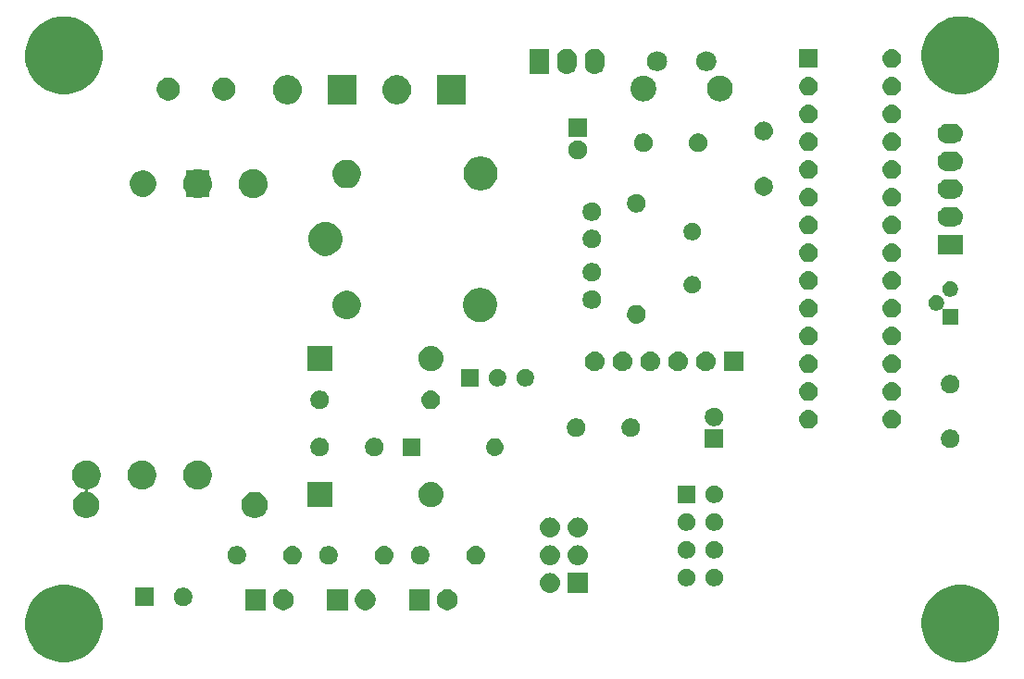
<source format=gbr>
G04 #@! TF.GenerationSoftware,KiCad,Pcbnew,(6.0.0-rc1-dev-1491-g0a4812be0)*
G04 #@! TF.CreationDate,2019-01-22T09:02:21+01:00
G04 #@! TF.ProjectId,atmega328,61746d65-6761-4333-9238-2e6b69636164,1*
G04 #@! TF.SameCoordinates,Original*
G04 #@! TF.FileFunction,Soldermask,Bot*
G04 #@! TF.FilePolarity,Negative*
%FSLAX46Y46*%
G04 Gerber Fmt 4.6, Leading zero omitted, Abs format (unit mm)*
G04 Created by KiCad (PCBNEW (6.0.0-rc1-dev-1491-g0a4812be0)) date 2019-01-22 09:02:21*
%MOMM*%
%LPD*%
G04 APERTURE LIST*
%ADD10C,0.100000*%
G04 APERTURE END LIST*
D10*
X158143000Y-72044000D02*
G75*
G03X158143000Y-72044000I-1143000J0D01*
G01*
X163639000Y-69544000D02*
G75*
G03X163639000Y-69544000I-889000J0D01*
G01*
X159139000Y-69544000D02*
G75*
G03X159139000Y-69544000I-889000J0D01*
G01*
X165143000Y-72044000D02*
G75*
G03X165143000Y-72044000I-1143000J0D01*
G01*
G36*
X187035786Y-117585462D02*
G01*
X187035788Y-117585463D01*
X187035789Y-117585463D01*
X187682029Y-117853144D01*
X188255791Y-118236520D01*
X188263634Y-118241760D01*
X188758240Y-118736366D01*
X188758242Y-118736369D01*
X189146856Y-119317971D01*
X189414537Y-119964211D01*
X189414538Y-119964214D01*
X189551000Y-120650256D01*
X189551000Y-121349744D01*
X189534307Y-121433668D01*
X189414537Y-122035789D01*
X189146856Y-122682029D01*
X188806551Y-123191332D01*
X188758240Y-123263634D01*
X188263634Y-123758240D01*
X188263631Y-123758242D01*
X187682029Y-124146856D01*
X187035789Y-124414537D01*
X187035788Y-124414537D01*
X187035786Y-124414538D01*
X186349744Y-124551000D01*
X185650256Y-124551000D01*
X184964214Y-124414538D01*
X184964212Y-124414537D01*
X184964211Y-124414537D01*
X184317971Y-124146856D01*
X183736369Y-123758242D01*
X183736366Y-123758240D01*
X183241760Y-123263634D01*
X183193449Y-123191332D01*
X182853144Y-122682029D01*
X182585463Y-122035789D01*
X182465694Y-121433668D01*
X182449000Y-121349744D01*
X182449000Y-120650256D01*
X182585462Y-119964214D01*
X182585463Y-119964211D01*
X182853144Y-119317971D01*
X183241758Y-118736369D01*
X183241760Y-118736366D01*
X183736366Y-118241760D01*
X183744209Y-118236520D01*
X184317971Y-117853144D01*
X184964211Y-117585463D01*
X184964212Y-117585463D01*
X184964214Y-117585462D01*
X185650256Y-117449000D01*
X186349744Y-117449000D01*
X187035786Y-117585462D01*
X187035786Y-117585462D01*
G37*
G36*
X105035786Y-117585462D02*
G01*
X105035788Y-117585463D01*
X105035789Y-117585463D01*
X105682029Y-117853144D01*
X106255791Y-118236520D01*
X106263634Y-118241760D01*
X106758240Y-118736366D01*
X106758242Y-118736369D01*
X107146856Y-119317971D01*
X107414537Y-119964211D01*
X107414538Y-119964214D01*
X107551000Y-120650256D01*
X107551000Y-121349744D01*
X107534307Y-121433668D01*
X107414537Y-122035789D01*
X107146856Y-122682029D01*
X106806551Y-123191332D01*
X106758240Y-123263634D01*
X106263634Y-123758240D01*
X106263631Y-123758242D01*
X105682029Y-124146856D01*
X105035789Y-124414537D01*
X105035788Y-124414537D01*
X105035786Y-124414538D01*
X104349744Y-124551000D01*
X103650256Y-124551000D01*
X102964214Y-124414538D01*
X102964212Y-124414537D01*
X102964211Y-124414537D01*
X102317971Y-124146856D01*
X101736369Y-123758242D01*
X101736366Y-123758240D01*
X101241760Y-123263634D01*
X101193449Y-123191332D01*
X100853144Y-122682029D01*
X100585463Y-122035789D01*
X100465694Y-121433668D01*
X100449000Y-121349744D01*
X100449000Y-120650256D01*
X100585462Y-119964214D01*
X100585463Y-119964211D01*
X100853144Y-119317971D01*
X101241758Y-118736369D01*
X101241760Y-118736366D01*
X101736366Y-118241760D01*
X101744209Y-118236520D01*
X102317971Y-117853144D01*
X102964211Y-117585463D01*
X102964212Y-117585463D01*
X102964214Y-117585462D01*
X103650256Y-117449000D01*
X104349744Y-117449000D01*
X105035786Y-117585462D01*
X105035786Y-117585462D01*
G37*
G36*
X139354396Y-117910546D02*
G01*
X139527466Y-117982234D01*
X139683230Y-118086312D01*
X139815688Y-118218770D01*
X139919766Y-118374534D01*
X139991454Y-118547604D01*
X140028000Y-118731333D01*
X140028000Y-118918667D01*
X139991454Y-119102396D01*
X139919766Y-119275466D01*
X139815688Y-119431230D01*
X139683230Y-119563688D01*
X139527466Y-119667766D01*
X139354396Y-119739454D01*
X139170667Y-119776000D01*
X138983333Y-119776000D01*
X138799604Y-119739454D01*
X138626534Y-119667766D01*
X138470770Y-119563688D01*
X138338312Y-119431230D01*
X138234234Y-119275466D01*
X138162546Y-119102396D01*
X138126000Y-118918667D01*
X138126000Y-118731333D01*
X138162546Y-118547604D01*
X138234234Y-118374534D01*
X138338312Y-118218770D01*
X138470770Y-118086312D01*
X138626534Y-117982234D01*
X138799604Y-117910546D01*
X138983333Y-117874000D01*
X139170667Y-117874000D01*
X139354396Y-117910546D01*
X139354396Y-117910546D01*
G37*
G36*
X129988000Y-119776000D02*
G01*
X128086000Y-119776000D01*
X128086000Y-117874000D01*
X129988000Y-117874000D01*
X129988000Y-119776000D01*
X129988000Y-119776000D01*
G37*
G36*
X122488000Y-119776000D02*
G01*
X120586000Y-119776000D01*
X120586000Y-117874000D01*
X122488000Y-117874000D01*
X122488000Y-119776000D01*
X122488000Y-119776000D01*
G37*
G36*
X124354396Y-117910546D02*
G01*
X124527466Y-117982234D01*
X124683230Y-118086312D01*
X124815688Y-118218770D01*
X124919766Y-118374534D01*
X124991454Y-118547604D01*
X125028000Y-118731333D01*
X125028000Y-118918667D01*
X124991454Y-119102396D01*
X124919766Y-119275466D01*
X124815688Y-119431230D01*
X124683230Y-119563688D01*
X124527466Y-119667766D01*
X124354396Y-119739454D01*
X124170667Y-119776000D01*
X123983333Y-119776000D01*
X123799604Y-119739454D01*
X123626534Y-119667766D01*
X123470770Y-119563688D01*
X123338312Y-119431230D01*
X123234234Y-119275466D01*
X123162546Y-119102396D01*
X123126000Y-118918667D01*
X123126000Y-118731333D01*
X123162546Y-118547604D01*
X123234234Y-118374534D01*
X123338312Y-118218770D01*
X123470770Y-118086312D01*
X123626534Y-117982234D01*
X123799604Y-117910546D01*
X123983333Y-117874000D01*
X124170667Y-117874000D01*
X124354396Y-117910546D01*
X124354396Y-117910546D01*
G37*
G36*
X137488000Y-119776000D02*
G01*
X135586000Y-119776000D01*
X135586000Y-117874000D01*
X137488000Y-117874000D01*
X137488000Y-119776000D01*
X137488000Y-119776000D01*
G37*
G36*
X131854396Y-117910546D02*
G01*
X132027466Y-117982234D01*
X132183230Y-118086312D01*
X132315688Y-118218770D01*
X132419766Y-118374534D01*
X132491454Y-118547604D01*
X132528000Y-118731333D01*
X132528000Y-118918667D01*
X132491454Y-119102396D01*
X132419766Y-119275466D01*
X132315688Y-119431230D01*
X132183230Y-119563688D01*
X132027466Y-119667766D01*
X131854396Y-119739454D01*
X131670667Y-119776000D01*
X131483333Y-119776000D01*
X131299604Y-119739454D01*
X131126534Y-119667766D01*
X130970770Y-119563688D01*
X130838312Y-119431230D01*
X130734234Y-119275466D01*
X130662546Y-119102396D01*
X130626000Y-118918667D01*
X130626000Y-118731333D01*
X130662546Y-118547604D01*
X130734234Y-118374534D01*
X130838312Y-118218770D01*
X130970770Y-118086312D01*
X131126534Y-117982234D01*
X131299604Y-117910546D01*
X131483333Y-117874000D01*
X131670667Y-117874000D01*
X131854396Y-117910546D01*
X131854396Y-117910546D01*
G37*
G36*
X115150228Y-117747703D02*
G01*
X115305100Y-117811853D01*
X115444481Y-117904985D01*
X115563015Y-118023519D01*
X115656147Y-118162900D01*
X115720297Y-118317772D01*
X115753000Y-118482184D01*
X115753000Y-118649816D01*
X115720297Y-118814228D01*
X115656147Y-118969100D01*
X115563015Y-119108481D01*
X115444481Y-119227015D01*
X115305100Y-119320147D01*
X115150228Y-119384297D01*
X114985816Y-119417000D01*
X114818184Y-119417000D01*
X114653772Y-119384297D01*
X114498900Y-119320147D01*
X114359519Y-119227015D01*
X114240985Y-119108481D01*
X114147853Y-118969100D01*
X114083703Y-118814228D01*
X114051000Y-118649816D01*
X114051000Y-118482184D01*
X114083703Y-118317772D01*
X114147853Y-118162900D01*
X114240985Y-118023519D01*
X114359519Y-117904985D01*
X114498900Y-117811853D01*
X114653772Y-117747703D01*
X114818184Y-117715000D01*
X114985816Y-117715000D01*
X115150228Y-117747703D01*
X115150228Y-117747703D01*
G37*
G36*
X112253000Y-119417000D02*
G01*
X110551000Y-119417000D01*
X110551000Y-117715000D01*
X112253000Y-117715000D01*
X112253000Y-119417000D01*
X112253000Y-119417000D01*
G37*
G36*
X151914600Y-118210600D02*
G01*
X150085400Y-118210600D01*
X150085400Y-116381400D01*
X151914600Y-116381400D01*
X151914600Y-118210600D01*
X151914600Y-118210600D01*
G37*
G36*
X148639294Y-116394633D02*
G01*
X148811694Y-116446931D01*
X148811696Y-116446932D01*
X148970583Y-116531859D01*
X149109849Y-116646151D01*
X149224141Y-116785417D01*
X149309068Y-116944304D01*
X149309069Y-116944306D01*
X149361367Y-117116706D01*
X149379025Y-117296000D01*
X149361367Y-117475294D01*
X149309069Y-117647694D01*
X149309068Y-117647696D01*
X149224141Y-117806583D01*
X149109849Y-117945849D01*
X148970583Y-118060141D01*
X148811696Y-118145068D01*
X148811694Y-118145069D01*
X148639294Y-118197367D01*
X148504931Y-118210600D01*
X148415069Y-118210600D01*
X148280706Y-118197367D01*
X148108306Y-118145069D01*
X148108304Y-118145068D01*
X147949417Y-118060141D01*
X147810151Y-117945849D01*
X147695859Y-117806583D01*
X147610932Y-117647696D01*
X147610931Y-117647694D01*
X147558633Y-117475294D01*
X147540975Y-117296000D01*
X147558633Y-117116706D01*
X147610931Y-116944306D01*
X147610932Y-116944304D01*
X147695859Y-116785417D01*
X147810151Y-116646151D01*
X147949417Y-116531859D01*
X148108304Y-116446932D01*
X148108306Y-116446931D01*
X148280706Y-116394633D01*
X148415069Y-116381400D01*
X148504931Y-116381400D01*
X148639294Y-116394633D01*
X148639294Y-116394633D01*
G37*
G36*
X161169142Y-116006242D02*
G01*
X161317102Y-116067530D01*
X161450258Y-116156502D01*
X161563498Y-116269742D01*
X161652470Y-116402898D01*
X161713758Y-116550858D01*
X161745000Y-116707925D01*
X161745000Y-116868075D01*
X161713758Y-117025142D01*
X161652470Y-117173102D01*
X161563498Y-117306258D01*
X161450258Y-117419498D01*
X161317102Y-117508470D01*
X161169142Y-117569758D01*
X161012075Y-117601000D01*
X160851925Y-117601000D01*
X160694858Y-117569758D01*
X160546898Y-117508470D01*
X160413742Y-117419498D01*
X160300502Y-117306258D01*
X160211530Y-117173102D01*
X160150242Y-117025142D01*
X160119000Y-116868075D01*
X160119000Y-116707925D01*
X160150242Y-116550858D01*
X160211530Y-116402898D01*
X160300502Y-116269742D01*
X160413742Y-116156502D01*
X160546898Y-116067530D01*
X160694858Y-116006242D01*
X160851925Y-115975000D01*
X161012075Y-115975000D01*
X161169142Y-116006242D01*
X161169142Y-116006242D01*
G37*
G36*
X163709142Y-116006242D02*
G01*
X163857102Y-116067530D01*
X163990258Y-116156502D01*
X164103498Y-116269742D01*
X164192470Y-116402898D01*
X164253758Y-116550858D01*
X164285000Y-116707925D01*
X164285000Y-116868075D01*
X164253758Y-117025142D01*
X164192470Y-117173102D01*
X164103498Y-117306258D01*
X163990258Y-117419498D01*
X163857102Y-117508470D01*
X163709142Y-117569758D01*
X163552075Y-117601000D01*
X163391925Y-117601000D01*
X163234858Y-117569758D01*
X163086898Y-117508470D01*
X162953742Y-117419498D01*
X162840502Y-117306258D01*
X162751530Y-117173102D01*
X162690242Y-117025142D01*
X162659000Y-116868075D01*
X162659000Y-116707925D01*
X162690242Y-116550858D01*
X162751530Y-116402898D01*
X162840502Y-116269742D01*
X162953742Y-116156502D01*
X163086898Y-116067530D01*
X163234858Y-116006242D01*
X163391925Y-115975000D01*
X163552075Y-115975000D01*
X163709142Y-116006242D01*
X163709142Y-116006242D01*
G37*
G36*
X151179294Y-113854633D02*
G01*
X151351694Y-113906931D01*
X151351696Y-113906932D01*
X151510583Y-113991859D01*
X151649849Y-114106151D01*
X151764141Y-114245417D01*
X151821592Y-114352900D01*
X151849069Y-114404306D01*
X151901367Y-114576706D01*
X151919025Y-114756000D01*
X151901367Y-114935294D01*
X151849069Y-115107694D01*
X151849068Y-115107696D01*
X151764141Y-115266583D01*
X151649849Y-115405849D01*
X151510583Y-115520141D01*
X151409266Y-115574296D01*
X151351694Y-115605069D01*
X151179294Y-115657367D01*
X151044931Y-115670600D01*
X150955069Y-115670600D01*
X150820706Y-115657367D01*
X150648306Y-115605069D01*
X150590734Y-115574296D01*
X150489417Y-115520141D01*
X150350151Y-115405849D01*
X150235859Y-115266583D01*
X150150932Y-115107696D01*
X150150931Y-115107694D01*
X150098633Y-114935294D01*
X150080975Y-114756000D01*
X150098633Y-114576706D01*
X150150931Y-114404306D01*
X150178408Y-114352900D01*
X150235859Y-114245417D01*
X150350151Y-114106151D01*
X150489417Y-113991859D01*
X150648304Y-113906932D01*
X150648306Y-113906931D01*
X150820706Y-113854633D01*
X150955069Y-113841400D01*
X151044931Y-113841400D01*
X151179294Y-113854633D01*
X151179294Y-113854633D01*
G37*
G36*
X148639294Y-113854633D02*
G01*
X148811694Y-113906931D01*
X148811696Y-113906932D01*
X148970583Y-113991859D01*
X149109849Y-114106151D01*
X149224141Y-114245417D01*
X149281592Y-114352900D01*
X149309069Y-114404306D01*
X149361367Y-114576706D01*
X149379025Y-114756000D01*
X149361367Y-114935294D01*
X149309069Y-115107694D01*
X149309068Y-115107696D01*
X149224141Y-115266583D01*
X149109849Y-115405849D01*
X148970583Y-115520141D01*
X148869266Y-115574296D01*
X148811694Y-115605069D01*
X148639294Y-115657367D01*
X148504931Y-115670600D01*
X148415069Y-115670600D01*
X148280706Y-115657367D01*
X148108306Y-115605069D01*
X148050734Y-115574296D01*
X147949417Y-115520141D01*
X147810151Y-115405849D01*
X147695859Y-115266583D01*
X147610932Y-115107696D01*
X147610931Y-115107694D01*
X147558633Y-114935294D01*
X147540975Y-114756000D01*
X147558633Y-114576706D01*
X147610931Y-114404306D01*
X147638408Y-114352900D01*
X147695859Y-114245417D01*
X147810151Y-114106151D01*
X147949417Y-113991859D01*
X148108304Y-113906932D01*
X148108306Y-113906931D01*
X148280706Y-113854633D01*
X148415069Y-113841400D01*
X148504931Y-113841400D01*
X148639294Y-113854633D01*
X148639294Y-113854633D01*
G37*
G36*
X128446228Y-113937703D02*
G01*
X128601100Y-114001853D01*
X128740481Y-114094985D01*
X128859015Y-114213519D01*
X128952147Y-114352900D01*
X129016297Y-114507772D01*
X129049000Y-114672184D01*
X129049000Y-114839816D01*
X129016297Y-115004228D01*
X128952147Y-115159100D01*
X128859015Y-115298481D01*
X128740481Y-115417015D01*
X128601100Y-115510147D01*
X128446228Y-115574297D01*
X128281816Y-115607000D01*
X128114184Y-115607000D01*
X127949772Y-115574297D01*
X127794900Y-115510147D01*
X127655519Y-115417015D01*
X127536985Y-115298481D01*
X127443853Y-115159100D01*
X127379703Y-115004228D01*
X127347000Y-114839816D01*
X127347000Y-114672184D01*
X127379703Y-114507772D01*
X127443853Y-114352900D01*
X127536985Y-114213519D01*
X127655519Y-114094985D01*
X127794900Y-114001853D01*
X127949772Y-113937703D01*
X128114184Y-113905000D01*
X128281816Y-113905000D01*
X128446228Y-113937703D01*
X128446228Y-113937703D01*
G37*
G36*
X133444821Y-113917313D02*
G01*
X133444824Y-113917314D01*
X133444825Y-113917314D01*
X133605239Y-113965975D01*
X133605241Y-113965976D01*
X133605244Y-113965977D01*
X133753078Y-114044995D01*
X133882659Y-114151341D01*
X133989005Y-114280922D01*
X134068023Y-114428756D01*
X134068024Y-114428759D01*
X134068025Y-114428761D01*
X134112904Y-114576707D01*
X134116687Y-114589179D01*
X134133117Y-114756000D01*
X134116687Y-114922821D01*
X134116686Y-114922824D01*
X134116686Y-114922825D01*
X134084249Y-115029757D01*
X134068023Y-115083244D01*
X133989005Y-115231078D01*
X133882659Y-115360659D01*
X133753078Y-115467005D01*
X133605244Y-115546023D01*
X133605241Y-115546024D01*
X133605239Y-115546025D01*
X133444825Y-115594686D01*
X133444824Y-115594686D01*
X133444821Y-115594687D01*
X133319804Y-115607000D01*
X133236196Y-115607000D01*
X133111179Y-115594687D01*
X133111176Y-115594686D01*
X133111175Y-115594686D01*
X132950761Y-115546025D01*
X132950759Y-115546024D01*
X132950756Y-115546023D01*
X132802922Y-115467005D01*
X132673341Y-115360659D01*
X132566995Y-115231078D01*
X132487977Y-115083244D01*
X132471752Y-115029757D01*
X132439314Y-114922825D01*
X132439314Y-114922824D01*
X132439313Y-114922821D01*
X132422883Y-114756000D01*
X132439313Y-114589179D01*
X132443096Y-114576707D01*
X132487975Y-114428761D01*
X132487976Y-114428759D01*
X132487977Y-114428756D01*
X132566995Y-114280922D01*
X132673341Y-114151341D01*
X132802922Y-114044995D01*
X132950756Y-113965977D01*
X132950759Y-113965976D01*
X132950761Y-113965975D01*
X133111175Y-113917314D01*
X133111176Y-113917314D01*
X133111179Y-113917313D01*
X133236196Y-113905000D01*
X133319804Y-113905000D01*
X133444821Y-113917313D01*
X133444821Y-113917313D01*
G37*
G36*
X136828228Y-113937703D02*
G01*
X136983100Y-114001853D01*
X137122481Y-114094985D01*
X137241015Y-114213519D01*
X137334147Y-114352900D01*
X137398297Y-114507772D01*
X137431000Y-114672184D01*
X137431000Y-114839816D01*
X137398297Y-115004228D01*
X137334147Y-115159100D01*
X137241015Y-115298481D01*
X137122481Y-115417015D01*
X136983100Y-115510147D01*
X136828228Y-115574297D01*
X136663816Y-115607000D01*
X136496184Y-115607000D01*
X136331772Y-115574297D01*
X136176900Y-115510147D01*
X136037519Y-115417015D01*
X135918985Y-115298481D01*
X135825853Y-115159100D01*
X135761703Y-115004228D01*
X135729000Y-114839816D01*
X135729000Y-114672184D01*
X135761703Y-114507772D01*
X135825853Y-114352900D01*
X135918985Y-114213519D01*
X136037519Y-114094985D01*
X136176900Y-114001853D01*
X136331772Y-113937703D01*
X136496184Y-113905000D01*
X136663816Y-113905000D01*
X136828228Y-113937703D01*
X136828228Y-113937703D01*
G37*
G36*
X120064228Y-113937703D02*
G01*
X120219100Y-114001853D01*
X120358481Y-114094985D01*
X120477015Y-114213519D01*
X120570147Y-114352900D01*
X120634297Y-114507772D01*
X120667000Y-114672184D01*
X120667000Y-114839816D01*
X120634297Y-115004228D01*
X120570147Y-115159100D01*
X120477015Y-115298481D01*
X120358481Y-115417015D01*
X120219100Y-115510147D01*
X120064228Y-115574297D01*
X119899816Y-115607000D01*
X119732184Y-115607000D01*
X119567772Y-115574297D01*
X119412900Y-115510147D01*
X119273519Y-115417015D01*
X119154985Y-115298481D01*
X119061853Y-115159100D01*
X118997703Y-115004228D01*
X118965000Y-114839816D01*
X118965000Y-114672184D01*
X118997703Y-114507772D01*
X119061853Y-114352900D01*
X119154985Y-114213519D01*
X119273519Y-114094985D01*
X119412900Y-114001853D01*
X119567772Y-113937703D01*
X119732184Y-113905000D01*
X119899816Y-113905000D01*
X120064228Y-113937703D01*
X120064228Y-113937703D01*
G37*
G36*
X125062821Y-113917313D02*
G01*
X125062824Y-113917314D01*
X125062825Y-113917314D01*
X125223239Y-113965975D01*
X125223241Y-113965976D01*
X125223244Y-113965977D01*
X125371078Y-114044995D01*
X125500659Y-114151341D01*
X125607005Y-114280922D01*
X125686023Y-114428756D01*
X125686024Y-114428759D01*
X125686025Y-114428761D01*
X125730904Y-114576707D01*
X125734687Y-114589179D01*
X125751117Y-114756000D01*
X125734687Y-114922821D01*
X125734686Y-114922824D01*
X125734686Y-114922825D01*
X125702249Y-115029757D01*
X125686023Y-115083244D01*
X125607005Y-115231078D01*
X125500659Y-115360659D01*
X125371078Y-115467005D01*
X125223244Y-115546023D01*
X125223241Y-115546024D01*
X125223239Y-115546025D01*
X125062825Y-115594686D01*
X125062824Y-115594686D01*
X125062821Y-115594687D01*
X124937804Y-115607000D01*
X124854196Y-115607000D01*
X124729179Y-115594687D01*
X124729176Y-115594686D01*
X124729175Y-115594686D01*
X124568761Y-115546025D01*
X124568759Y-115546024D01*
X124568756Y-115546023D01*
X124420922Y-115467005D01*
X124291341Y-115360659D01*
X124184995Y-115231078D01*
X124105977Y-115083244D01*
X124089752Y-115029757D01*
X124057314Y-114922825D01*
X124057314Y-114922824D01*
X124057313Y-114922821D01*
X124040883Y-114756000D01*
X124057313Y-114589179D01*
X124061096Y-114576707D01*
X124105975Y-114428761D01*
X124105976Y-114428759D01*
X124105977Y-114428756D01*
X124184995Y-114280922D01*
X124291341Y-114151341D01*
X124420922Y-114044995D01*
X124568756Y-113965977D01*
X124568759Y-113965976D01*
X124568761Y-113965975D01*
X124729175Y-113917314D01*
X124729176Y-113917314D01*
X124729179Y-113917313D01*
X124854196Y-113905000D01*
X124937804Y-113905000D01*
X125062821Y-113917313D01*
X125062821Y-113917313D01*
G37*
G36*
X141826821Y-113917313D02*
G01*
X141826824Y-113917314D01*
X141826825Y-113917314D01*
X141987239Y-113965975D01*
X141987241Y-113965976D01*
X141987244Y-113965977D01*
X142135078Y-114044995D01*
X142264659Y-114151341D01*
X142371005Y-114280922D01*
X142450023Y-114428756D01*
X142450024Y-114428759D01*
X142450025Y-114428761D01*
X142494904Y-114576707D01*
X142498687Y-114589179D01*
X142515117Y-114756000D01*
X142498687Y-114922821D01*
X142498686Y-114922824D01*
X142498686Y-114922825D01*
X142466249Y-115029757D01*
X142450023Y-115083244D01*
X142371005Y-115231078D01*
X142264659Y-115360659D01*
X142135078Y-115467005D01*
X141987244Y-115546023D01*
X141987241Y-115546024D01*
X141987239Y-115546025D01*
X141826825Y-115594686D01*
X141826824Y-115594686D01*
X141826821Y-115594687D01*
X141701804Y-115607000D01*
X141618196Y-115607000D01*
X141493179Y-115594687D01*
X141493176Y-115594686D01*
X141493175Y-115594686D01*
X141332761Y-115546025D01*
X141332759Y-115546024D01*
X141332756Y-115546023D01*
X141184922Y-115467005D01*
X141055341Y-115360659D01*
X140948995Y-115231078D01*
X140869977Y-115083244D01*
X140853752Y-115029757D01*
X140821314Y-114922825D01*
X140821314Y-114922824D01*
X140821313Y-114922821D01*
X140804883Y-114756000D01*
X140821313Y-114589179D01*
X140825096Y-114576707D01*
X140869975Y-114428761D01*
X140869976Y-114428759D01*
X140869977Y-114428756D01*
X140948995Y-114280922D01*
X141055341Y-114151341D01*
X141184922Y-114044995D01*
X141332756Y-113965977D01*
X141332759Y-113965976D01*
X141332761Y-113965975D01*
X141493175Y-113917314D01*
X141493176Y-113917314D01*
X141493179Y-113917313D01*
X141618196Y-113905000D01*
X141701804Y-113905000D01*
X141826821Y-113917313D01*
X141826821Y-113917313D01*
G37*
G36*
X163709142Y-113466242D02*
G01*
X163857102Y-113527530D01*
X163990258Y-113616502D01*
X164103498Y-113729742D01*
X164192470Y-113862898D01*
X164253758Y-114010858D01*
X164285000Y-114167925D01*
X164285000Y-114328075D01*
X164253758Y-114485142D01*
X164192470Y-114633102D01*
X164103498Y-114766258D01*
X163990258Y-114879498D01*
X163857102Y-114968470D01*
X163709142Y-115029758D01*
X163552075Y-115061000D01*
X163391925Y-115061000D01*
X163234858Y-115029758D01*
X163086898Y-114968470D01*
X162953742Y-114879498D01*
X162840502Y-114766258D01*
X162751530Y-114633102D01*
X162690242Y-114485142D01*
X162659000Y-114328075D01*
X162659000Y-114167925D01*
X162690242Y-114010858D01*
X162751530Y-113862898D01*
X162840502Y-113729742D01*
X162953742Y-113616502D01*
X163086898Y-113527530D01*
X163234858Y-113466242D01*
X163391925Y-113435000D01*
X163552075Y-113435000D01*
X163709142Y-113466242D01*
X163709142Y-113466242D01*
G37*
G36*
X161169142Y-113466242D02*
G01*
X161317102Y-113527530D01*
X161450258Y-113616502D01*
X161563498Y-113729742D01*
X161652470Y-113862898D01*
X161713758Y-114010858D01*
X161745000Y-114167925D01*
X161745000Y-114328075D01*
X161713758Y-114485142D01*
X161652470Y-114633102D01*
X161563498Y-114766258D01*
X161450258Y-114879498D01*
X161317102Y-114968470D01*
X161169142Y-115029758D01*
X161012075Y-115061000D01*
X160851925Y-115061000D01*
X160694858Y-115029758D01*
X160546898Y-114968470D01*
X160413742Y-114879498D01*
X160300502Y-114766258D01*
X160211530Y-114633102D01*
X160150242Y-114485142D01*
X160119000Y-114328075D01*
X160119000Y-114167925D01*
X160150242Y-114010858D01*
X160211530Y-113862898D01*
X160300502Y-113729742D01*
X160413742Y-113616502D01*
X160546898Y-113527530D01*
X160694858Y-113466242D01*
X160851925Y-113435000D01*
X161012075Y-113435000D01*
X161169142Y-113466242D01*
X161169142Y-113466242D01*
G37*
G36*
X151179294Y-111314633D02*
G01*
X151351694Y-111366931D01*
X151351696Y-111366932D01*
X151510583Y-111451859D01*
X151649849Y-111566151D01*
X151764141Y-111705417D01*
X151849068Y-111864304D01*
X151849069Y-111864306D01*
X151901367Y-112036706D01*
X151919025Y-112216000D01*
X151901367Y-112395294D01*
X151849069Y-112567694D01*
X151849068Y-112567696D01*
X151764141Y-112726583D01*
X151649849Y-112865849D01*
X151510583Y-112980141D01*
X151351696Y-113065068D01*
X151351694Y-113065069D01*
X151179294Y-113117367D01*
X151044931Y-113130600D01*
X150955069Y-113130600D01*
X150820706Y-113117367D01*
X150648306Y-113065069D01*
X150648304Y-113065068D01*
X150489417Y-112980141D01*
X150350151Y-112865849D01*
X150235859Y-112726583D01*
X150150932Y-112567696D01*
X150150931Y-112567694D01*
X150098633Y-112395294D01*
X150080975Y-112216000D01*
X150098633Y-112036706D01*
X150150931Y-111864306D01*
X150150932Y-111864304D01*
X150235859Y-111705417D01*
X150350151Y-111566151D01*
X150489417Y-111451859D01*
X150648304Y-111366932D01*
X150648306Y-111366931D01*
X150820706Y-111314633D01*
X150955069Y-111301400D01*
X151044931Y-111301400D01*
X151179294Y-111314633D01*
X151179294Y-111314633D01*
G37*
G36*
X148639294Y-111314633D02*
G01*
X148811694Y-111366931D01*
X148811696Y-111366932D01*
X148970583Y-111451859D01*
X149109849Y-111566151D01*
X149224141Y-111705417D01*
X149309068Y-111864304D01*
X149309069Y-111864306D01*
X149361367Y-112036706D01*
X149379025Y-112216000D01*
X149361367Y-112395294D01*
X149309069Y-112567694D01*
X149309068Y-112567696D01*
X149224141Y-112726583D01*
X149109849Y-112865849D01*
X148970583Y-112980141D01*
X148811696Y-113065068D01*
X148811694Y-113065069D01*
X148639294Y-113117367D01*
X148504931Y-113130600D01*
X148415069Y-113130600D01*
X148280706Y-113117367D01*
X148108306Y-113065069D01*
X148108304Y-113065068D01*
X147949417Y-112980141D01*
X147810151Y-112865849D01*
X147695859Y-112726583D01*
X147610932Y-112567696D01*
X147610931Y-112567694D01*
X147558633Y-112395294D01*
X147540975Y-112216000D01*
X147558633Y-112036706D01*
X147610931Y-111864306D01*
X147610932Y-111864304D01*
X147695859Y-111705417D01*
X147810151Y-111566151D01*
X147949417Y-111451859D01*
X148108304Y-111366932D01*
X148108306Y-111366931D01*
X148280706Y-111314633D01*
X148415069Y-111301400D01*
X148504931Y-111301400D01*
X148639294Y-111314633D01*
X148639294Y-111314633D01*
G37*
G36*
X163709142Y-110926242D02*
G01*
X163857102Y-110987530D01*
X163924130Y-111032317D01*
X163990257Y-111076501D01*
X164103499Y-111189743D01*
X164147683Y-111255870D01*
X164192470Y-111322898D01*
X164253758Y-111470858D01*
X164285000Y-111627925D01*
X164285000Y-111788075D01*
X164253758Y-111945142D01*
X164192470Y-112093102D01*
X164103498Y-112226258D01*
X163990258Y-112339498D01*
X163857102Y-112428470D01*
X163709142Y-112489758D01*
X163552075Y-112521000D01*
X163391925Y-112521000D01*
X163234858Y-112489758D01*
X163086898Y-112428470D01*
X162953742Y-112339498D01*
X162840502Y-112226258D01*
X162751530Y-112093102D01*
X162690242Y-111945142D01*
X162659000Y-111788075D01*
X162659000Y-111627925D01*
X162690242Y-111470858D01*
X162751530Y-111322898D01*
X162796317Y-111255870D01*
X162840501Y-111189743D01*
X162953743Y-111076501D01*
X163019870Y-111032317D01*
X163086898Y-110987530D01*
X163234858Y-110926242D01*
X163391925Y-110895000D01*
X163552075Y-110895000D01*
X163709142Y-110926242D01*
X163709142Y-110926242D01*
G37*
G36*
X161169142Y-110926242D02*
G01*
X161317102Y-110987530D01*
X161384130Y-111032317D01*
X161450257Y-111076501D01*
X161563499Y-111189743D01*
X161607683Y-111255870D01*
X161652470Y-111322898D01*
X161713758Y-111470858D01*
X161745000Y-111627925D01*
X161745000Y-111788075D01*
X161713758Y-111945142D01*
X161652470Y-112093102D01*
X161563498Y-112226258D01*
X161450258Y-112339498D01*
X161317102Y-112428470D01*
X161169142Y-112489758D01*
X161012075Y-112521000D01*
X160851925Y-112521000D01*
X160694858Y-112489758D01*
X160546898Y-112428470D01*
X160413742Y-112339498D01*
X160300502Y-112226258D01*
X160211530Y-112093102D01*
X160150242Y-111945142D01*
X160119000Y-111788075D01*
X160119000Y-111627925D01*
X160150242Y-111470858D01*
X160211530Y-111322898D01*
X160256317Y-111255870D01*
X160300501Y-111189743D01*
X160413743Y-111076501D01*
X160479870Y-111032317D01*
X160546898Y-110987530D01*
X160694858Y-110926242D01*
X160851925Y-110895000D01*
X161012075Y-110895000D01*
X161169142Y-110926242D01*
X161169142Y-110926242D01*
G37*
G36*
X121790316Y-108985153D02*
G01*
X121790318Y-108985154D01*
X121790319Y-108985154D01*
X121871056Y-109018597D01*
X122008888Y-109075688D01*
X122027203Y-109087926D01*
X122205593Y-109207122D01*
X122372878Y-109374407D01*
X122393414Y-109405142D01*
X122504312Y-109571112D01*
X122594847Y-109789684D01*
X122641000Y-110021710D01*
X122641000Y-110258290D01*
X122594847Y-110490316D01*
X122504312Y-110708888D01*
X122438371Y-110807576D01*
X122372878Y-110905593D01*
X122205593Y-111072878D01*
X122107576Y-111138371D01*
X122008888Y-111204312D01*
X121871056Y-111261403D01*
X121790319Y-111294846D01*
X121790318Y-111294846D01*
X121790316Y-111294847D01*
X121558290Y-111341000D01*
X121321710Y-111341000D01*
X121089684Y-111294847D01*
X121089682Y-111294846D01*
X121089681Y-111294846D01*
X121008944Y-111261403D01*
X120871112Y-111204312D01*
X120772424Y-111138371D01*
X120674407Y-111072878D01*
X120507122Y-110905593D01*
X120441629Y-110807576D01*
X120375688Y-110708888D01*
X120285153Y-110490316D01*
X120239000Y-110258290D01*
X120239000Y-110021710D01*
X120285153Y-109789684D01*
X120375688Y-109571112D01*
X120486586Y-109405142D01*
X120507122Y-109374407D01*
X120674407Y-109207122D01*
X120852797Y-109087926D01*
X120871112Y-109075688D01*
X121008944Y-109018597D01*
X121089681Y-108985154D01*
X121089682Y-108985154D01*
X121089684Y-108985153D01*
X121321710Y-108939000D01*
X121558290Y-108939000D01*
X121790316Y-108985153D01*
X121790316Y-108985153D01*
G37*
G36*
X106380250Y-106122843D02*
G01*
X106465322Y-106139765D01*
X106535735Y-106168931D01*
X106705728Y-106239344D01*
X106922092Y-106383914D01*
X107106086Y-106567908D01*
X107250656Y-106784272D01*
X107350235Y-107024679D01*
X107401000Y-107279891D01*
X107401000Y-107540109D01*
X107350235Y-107795321D01*
X107250656Y-108035728D01*
X107106086Y-108252092D01*
X106922092Y-108436086D01*
X106705728Y-108580656D01*
X106465322Y-108680235D01*
X106277697Y-108717556D01*
X106254248Y-108724669D01*
X106232638Y-108736220D01*
X106213695Y-108751766D01*
X106198150Y-108770708D01*
X106186599Y-108792319D01*
X106179486Y-108815768D01*
X106177084Y-108840154D01*
X106179486Y-108864541D01*
X106186599Y-108887990D01*
X106198150Y-108909600D01*
X106213696Y-108928543D01*
X106232638Y-108944088D01*
X106254249Y-108955639D01*
X106277698Y-108962752D01*
X106390317Y-108985153D01*
X106608888Y-109075688D01*
X106627203Y-109087926D01*
X106805593Y-109207122D01*
X106972878Y-109374407D01*
X106993414Y-109405142D01*
X107104312Y-109571112D01*
X107194847Y-109789684D01*
X107241000Y-110021710D01*
X107241000Y-110258290D01*
X107194847Y-110490316D01*
X107104312Y-110708888D01*
X107038371Y-110807576D01*
X106972878Y-110905593D01*
X106805593Y-111072878D01*
X106707576Y-111138371D01*
X106608888Y-111204312D01*
X106471056Y-111261403D01*
X106390319Y-111294846D01*
X106390318Y-111294846D01*
X106390316Y-111294847D01*
X106158290Y-111341000D01*
X105921710Y-111341000D01*
X105689684Y-111294847D01*
X105689682Y-111294846D01*
X105689681Y-111294846D01*
X105608944Y-111261403D01*
X105471112Y-111204312D01*
X105372424Y-111138371D01*
X105274407Y-111072878D01*
X105107122Y-110905593D01*
X105041629Y-110807576D01*
X104975688Y-110708888D01*
X104885153Y-110490316D01*
X104839000Y-110258290D01*
X104839000Y-110021710D01*
X104885153Y-109789684D01*
X104975688Y-109571112D01*
X105086586Y-109405142D01*
X105107122Y-109374407D01*
X105274407Y-109207122D01*
X105452797Y-109087926D01*
X105471112Y-109075688D01*
X105608944Y-109018597D01*
X105689681Y-108985154D01*
X105689682Y-108985154D01*
X105689684Y-108985153D01*
X105842302Y-108954795D01*
X105865751Y-108947682D01*
X105887362Y-108936131D01*
X105906304Y-108920585D01*
X105921850Y-108901643D01*
X105933401Y-108880032D01*
X105940514Y-108856583D01*
X105942916Y-108832197D01*
X105940514Y-108807811D01*
X105933401Y-108784362D01*
X105921850Y-108762751D01*
X105906304Y-108743809D01*
X105887362Y-108728263D01*
X105865751Y-108716712D01*
X105842302Y-108709599D01*
X105839730Y-108709087D01*
X105694678Y-108680235D01*
X105621062Y-108649742D01*
X105454272Y-108580656D01*
X105237908Y-108436086D01*
X105053914Y-108252092D01*
X104909344Y-108035728D01*
X104809765Y-107795321D01*
X104759000Y-107540109D01*
X104759000Y-107279891D01*
X104809765Y-107024679D01*
X104909344Y-106784272D01*
X105053914Y-106567908D01*
X105237908Y-106383914D01*
X105454272Y-106239344D01*
X105624265Y-106168931D01*
X105694678Y-106139765D01*
X105779750Y-106122843D01*
X105949891Y-106089000D01*
X106210109Y-106089000D01*
X106380250Y-106122843D01*
X106380250Y-106122843D01*
G37*
G36*
X137688180Y-108023662D02*
G01*
X137789635Y-108033654D01*
X138006600Y-108099470D01*
X138006602Y-108099471D01*
X138006605Y-108099472D01*
X138206556Y-108206347D01*
X138381818Y-108350182D01*
X138525653Y-108525444D01*
X138632528Y-108725395D01*
X138632529Y-108725398D01*
X138632530Y-108725400D01*
X138698346Y-108942365D01*
X138720569Y-109168000D01*
X138698346Y-109393635D01*
X138644508Y-109571113D01*
X138632528Y-109610605D01*
X138525653Y-109810556D01*
X138381818Y-109985818D01*
X138206556Y-110129653D01*
X138006605Y-110236528D01*
X138006602Y-110236529D01*
X138006600Y-110236530D01*
X137789635Y-110302346D01*
X137688180Y-110312338D01*
X137620545Y-110319000D01*
X137507455Y-110319000D01*
X137439820Y-110312338D01*
X137338365Y-110302346D01*
X137121400Y-110236530D01*
X137121398Y-110236529D01*
X137121395Y-110236528D01*
X136921444Y-110129653D01*
X136746182Y-109985818D01*
X136602347Y-109810556D01*
X136495472Y-109610605D01*
X136483492Y-109571113D01*
X136429654Y-109393635D01*
X136407431Y-109168000D01*
X136429654Y-108942365D01*
X136495470Y-108725400D01*
X136495471Y-108725398D01*
X136495472Y-108725395D01*
X136602347Y-108525444D01*
X136746182Y-108350182D01*
X136921444Y-108206347D01*
X137121395Y-108099472D01*
X137121398Y-108099471D01*
X137121400Y-108099470D01*
X137338365Y-108033654D01*
X137439820Y-108023662D01*
X137507455Y-108017000D01*
X137620545Y-108017000D01*
X137688180Y-108023662D01*
X137688180Y-108023662D01*
G37*
G36*
X128555000Y-110319000D02*
G01*
X126253000Y-110319000D01*
X126253000Y-108017000D01*
X128555000Y-108017000D01*
X128555000Y-110319000D01*
X128555000Y-110319000D01*
G37*
G36*
X163709142Y-108386242D02*
G01*
X163857102Y-108447530D01*
X163990258Y-108536502D01*
X164103498Y-108649742D01*
X164166352Y-108743809D01*
X164192471Y-108782900D01*
X164206085Y-108815768D01*
X164253758Y-108930858D01*
X164285000Y-109087925D01*
X164285000Y-109248075D01*
X164253758Y-109405142D01*
X164192470Y-109553102D01*
X164103498Y-109686258D01*
X163990258Y-109799498D01*
X163857102Y-109888470D01*
X163709142Y-109949758D01*
X163552075Y-109981000D01*
X163391925Y-109981000D01*
X163234858Y-109949758D01*
X163086898Y-109888470D01*
X162953742Y-109799498D01*
X162840502Y-109686258D01*
X162751530Y-109553102D01*
X162690242Y-109405142D01*
X162659000Y-109248075D01*
X162659000Y-109087925D01*
X162690242Y-108930858D01*
X162737915Y-108815768D01*
X162751529Y-108782900D01*
X162777649Y-108743809D01*
X162840502Y-108649742D01*
X162953742Y-108536502D01*
X163086898Y-108447530D01*
X163234858Y-108386242D01*
X163391925Y-108355000D01*
X163552075Y-108355000D01*
X163709142Y-108386242D01*
X163709142Y-108386242D01*
G37*
G36*
X161745000Y-109981000D02*
G01*
X160119000Y-109981000D01*
X160119000Y-108355000D01*
X161745000Y-108355000D01*
X161745000Y-109981000D01*
X161745000Y-109981000D01*
G37*
G36*
X116540250Y-106122843D02*
G01*
X116625322Y-106139765D01*
X116695735Y-106168931D01*
X116865728Y-106239344D01*
X117082092Y-106383914D01*
X117266086Y-106567908D01*
X117410656Y-106784272D01*
X117510235Y-107024679D01*
X117561000Y-107279891D01*
X117561000Y-107540109D01*
X117510235Y-107795321D01*
X117410656Y-108035728D01*
X117266086Y-108252092D01*
X117082092Y-108436086D01*
X116865728Y-108580656D01*
X116698938Y-108649742D01*
X116625322Y-108680235D01*
X116540250Y-108697157D01*
X116370109Y-108731000D01*
X116109891Y-108731000D01*
X115939750Y-108697157D01*
X115854678Y-108680235D01*
X115781062Y-108649742D01*
X115614272Y-108580656D01*
X115397908Y-108436086D01*
X115213914Y-108252092D01*
X115069344Y-108035728D01*
X114969765Y-107795321D01*
X114919000Y-107540109D01*
X114919000Y-107279891D01*
X114969765Y-107024679D01*
X115069344Y-106784272D01*
X115213914Y-106567908D01*
X115397908Y-106383914D01*
X115614272Y-106239344D01*
X115784265Y-106168931D01*
X115854678Y-106139765D01*
X115939750Y-106122843D01*
X116109891Y-106089000D01*
X116370109Y-106089000D01*
X116540250Y-106122843D01*
X116540250Y-106122843D01*
G37*
G36*
X111460250Y-106122843D02*
G01*
X111545322Y-106139765D01*
X111615735Y-106168931D01*
X111785728Y-106239344D01*
X112002092Y-106383914D01*
X112186086Y-106567908D01*
X112330656Y-106784272D01*
X112430235Y-107024679D01*
X112481000Y-107279891D01*
X112481000Y-107540109D01*
X112430235Y-107795321D01*
X112330656Y-108035728D01*
X112186086Y-108252092D01*
X112002092Y-108436086D01*
X111785728Y-108580656D01*
X111618938Y-108649742D01*
X111545322Y-108680235D01*
X111460250Y-108697157D01*
X111290109Y-108731000D01*
X111029891Y-108731000D01*
X110859750Y-108697157D01*
X110774678Y-108680235D01*
X110701062Y-108649742D01*
X110534272Y-108580656D01*
X110317908Y-108436086D01*
X110133914Y-108252092D01*
X109989344Y-108035728D01*
X109889765Y-107795321D01*
X109839000Y-107540109D01*
X109839000Y-107279891D01*
X109889765Y-107024679D01*
X109989344Y-106784272D01*
X110133914Y-106567908D01*
X110317908Y-106383914D01*
X110534272Y-106239344D01*
X110704265Y-106168931D01*
X110774678Y-106139765D01*
X110859750Y-106122843D01*
X111029891Y-106089000D01*
X111290109Y-106089000D01*
X111460250Y-106122843D01*
X111460250Y-106122843D01*
G37*
G36*
X132652228Y-104031703D02*
G01*
X132807100Y-104095853D01*
X132946481Y-104188985D01*
X133065015Y-104307519D01*
X133158147Y-104446900D01*
X133222297Y-104601772D01*
X133255000Y-104766184D01*
X133255000Y-104933816D01*
X133222297Y-105098228D01*
X133158147Y-105253100D01*
X133065015Y-105392481D01*
X132946481Y-105511015D01*
X132807100Y-105604147D01*
X132652228Y-105668297D01*
X132487816Y-105701000D01*
X132320184Y-105701000D01*
X132155772Y-105668297D01*
X132000900Y-105604147D01*
X131861519Y-105511015D01*
X131742985Y-105392481D01*
X131649853Y-105253100D01*
X131585703Y-105098228D01*
X131553000Y-104933816D01*
X131553000Y-104766184D01*
X131585703Y-104601772D01*
X131649853Y-104446900D01*
X131742985Y-104307519D01*
X131861519Y-104188985D01*
X132000900Y-104095853D01*
X132155772Y-104031703D01*
X132320184Y-103999000D01*
X132487816Y-103999000D01*
X132652228Y-104031703D01*
X132652228Y-104031703D01*
G37*
G36*
X127652228Y-104031703D02*
G01*
X127807100Y-104095853D01*
X127946481Y-104188985D01*
X128065015Y-104307519D01*
X128158147Y-104446900D01*
X128222297Y-104601772D01*
X128255000Y-104766184D01*
X128255000Y-104933816D01*
X128222297Y-105098228D01*
X128158147Y-105253100D01*
X128065015Y-105392481D01*
X127946481Y-105511015D01*
X127807100Y-105604147D01*
X127652228Y-105668297D01*
X127487816Y-105701000D01*
X127320184Y-105701000D01*
X127155772Y-105668297D01*
X127000900Y-105604147D01*
X126861519Y-105511015D01*
X126742985Y-105392481D01*
X126649853Y-105253100D01*
X126585703Y-105098228D01*
X126553000Y-104933816D01*
X126553000Y-104766184D01*
X126585703Y-104601772D01*
X126649853Y-104446900D01*
X126742985Y-104307519D01*
X126861519Y-104188985D01*
X127000900Y-104095853D01*
X127155772Y-104031703D01*
X127320184Y-103999000D01*
X127487816Y-103999000D01*
X127652228Y-104031703D01*
X127652228Y-104031703D01*
G37*
G36*
X143563025Y-104060590D02*
G01*
X143714012Y-104106392D01*
X143853165Y-104180770D01*
X143975133Y-104280867D01*
X144075230Y-104402835D01*
X144149608Y-104541988D01*
X144195410Y-104692975D01*
X144210875Y-104850000D01*
X144195410Y-105007025D01*
X144149608Y-105158012D01*
X144075230Y-105297165D01*
X143975133Y-105419133D01*
X143853165Y-105519230D01*
X143714012Y-105593608D01*
X143563025Y-105639410D01*
X143445346Y-105651000D01*
X143366654Y-105651000D01*
X143248975Y-105639410D01*
X143097988Y-105593608D01*
X142958835Y-105519230D01*
X142836867Y-105419133D01*
X142736770Y-105297165D01*
X142662392Y-105158012D01*
X142616590Y-105007025D01*
X142601125Y-104850000D01*
X142616590Y-104692975D01*
X142662392Y-104541988D01*
X142736770Y-104402835D01*
X142836867Y-104280867D01*
X142958835Y-104180770D01*
X143097988Y-104106392D01*
X143248975Y-104060590D01*
X143366654Y-104049000D01*
X143445346Y-104049000D01*
X143563025Y-104060590D01*
X143563025Y-104060590D01*
G37*
G36*
X136587000Y-105651000D02*
G01*
X134985000Y-105651000D01*
X134985000Y-104049000D01*
X136587000Y-104049000D01*
X136587000Y-105651000D01*
X136587000Y-105651000D01*
G37*
G36*
X164323000Y-104939000D02*
G01*
X162621000Y-104939000D01*
X162621000Y-103237000D01*
X164323000Y-103237000D01*
X164323000Y-104939000D01*
X164323000Y-104939000D01*
G37*
G36*
X185310228Y-103269703D02*
G01*
X185465100Y-103333853D01*
X185604481Y-103426985D01*
X185723015Y-103545519D01*
X185816147Y-103684900D01*
X185880297Y-103839772D01*
X185913000Y-104004184D01*
X185913000Y-104171816D01*
X185880297Y-104336228D01*
X185816147Y-104491100D01*
X185723015Y-104630481D01*
X185604481Y-104749015D01*
X185465100Y-104842147D01*
X185310228Y-104906297D01*
X185145816Y-104939000D01*
X184978184Y-104939000D01*
X184813772Y-104906297D01*
X184658900Y-104842147D01*
X184519519Y-104749015D01*
X184400985Y-104630481D01*
X184307853Y-104491100D01*
X184243703Y-104336228D01*
X184211000Y-104171816D01*
X184211000Y-104004184D01*
X184243703Y-103839772D01*
X184307853Y-103684900D01*
X184400985Y-103545519D01*
X184519519Y-103426985D01*
X184658900Y-103333853D01*
X184813772Y-103269703D01*
X184978184Y-103237000D01*
X185145816Y-103237000D01*
X185310228Y-103269703D01*
X185310228Y-103269703D01*
G37*
G36*
X156100228Y-102253703D02*
G01*
X156255100Y-102317853D01*
X156394481Y-102410985D01*
X156513015Y-102529519D01*
X156606147Y-102668900D01*
X156670297Y-102823772D01*
X156703000Y-102988184D01*
X156703000Y-103155816D01*
X156670297Y-103320228D01*
X156606147Y-103475100D01*
X156513015Y-103614481D01*
X156394481Y-103733015D01*
X156255100Y-103826147D01*
X156100228Y-103890297D01*
X155935816Y-103923000D01*
X155768184Y-103923000D01*
X155603772Y-103890297D01*
X155448900Y-103826147D01*
X155309519Y-103733015D01*
X155190985Y-103614481D01*
X155097853Y-103475100D01*
X155033703Y-103320228D01*
X155001000Y-103155816D01*
X155001000Y-102988184D01*
X155033703Y-102823772D01*
X155097853Y-102668900D01*
X155190985Y-102529519D01*
X155309519Y-102410985D01*
X155448900Y-102317853D01*
X155603772Y-102253703D01*
X155768184Y-102221000D01*
X155935816Y-102221000D01*
X156100228Y-102253703D01*
X156100228Y-102253703D01*
G37*
G36*
X151100228Y-102253703D02*
G01*
X151255100Y-102317853D01*
X151394481Y-102410985D01*
X151513015Y-102529519D01*
X151606147Y-102668900D01*
X151670297Y-102823772D01*
X151703000Y-102988184D01*
X151703000Y-103155816D01*
X151670297Y-103320228D01*
X151606147Y-103475100D01*
X151513015Y-103614481D01*
X151394481Y-103733015D01*
X151255100Y-103826147D01*
X151100228Y-103890297D01*
X150935816Y-103923000D01*
X150768184Y-103923000D01*
X150603772Y-103890297D01*
X150448900Y-103826147D01*
X150309519Y-103733015D01*
X150190985Y-103614481D01*
X150097853Y-103475100D01*
X150033703Y-103320228D01*
X150001000Y-103155816D01*
X150001000Y-102988184D01*
X150033703Y-102823772D01*
X150097853Y-102668900D01*
X150190985Y-102529519D01*
X150309519Y-102410985D01*
X150448900Y-102317853D01*
X150603772Y-102253703D01*
X150768184Y-102221000D01*
X150935816Y-102221000D01*
X151100228Y-102253703D01*
X151100228Y-102253703D01*
G37*
G36*
X179894821Y-101471313D02*
G01*
X179894824Y-101471314D01*
X179894825Y-101471314D01*
X180055239Y-101519975D01*
X180055241Y-101519976D01*
X180055244Y-101519977D01*
X180203078Y-101598995D01*
X180332659Y-101705341D01*
X180439005Y-101834922D01*
X180518023Y-101982756D01*
X180518024Y-101982759D01*
X180518025Y-101982761D01*
X180566686Y-102143175D01*
X180566687Y-102143179D01*
X180583117Y-102310000D01*
X180566687Y-102476821D01*
X180566686Y-102476824D01*
X180566686Y-102476825D01*
X180562356Y-102491100D01*
X180518023Y-102637244D01*
X180439005Y-102785078D01*
X180332659Y-102914659D01*
X180203078Y-103021005D01*
X180055244Y-103100023D01*
X180055241Y-103100024D01*
X180055239Y-103100025D01*
X179894825Y-103148686D01*
X179894824Y-103148686D01*
X179894821Y-103148687D01*
X179769804Y-103161000D01*
X179686196Y-103161000D01*
X179561179Y-103148687D01*
X179561176Y-103148686D01*
X179561175Y-103148686D01*
X179400761Y-103100025D01*
X179400759Y-103100024D01*
X179400756Y-103100023D01*
X179252922Y-103021005D01*
X179123341Y-102914659D01*
X179016995Y-102785078D01*
X178937977Y-102637244D01*
X178893645Y-102491100D01*
X178889314Y-102476825D01*
X178889314Y-102476824D01*
X178889313Y-102476821D01*
X178872883Y-102310000D01*
X178889313Y-102143179D01*
X178889314Y-102143175D01*
X178937975Y-101982761D01*
X178937976Y-101982759D01*
X178937977Y-101982756D01*
X179016995Y-101834922D01*
X179123341Y-101705341D01*
X179252922Y-101598995D01*
X179400756Y-101519977D01*
X179400759Y-101519976D01*
X179400761Y-101519975D01*
X179561175Y-101471314D01*
X179561176Y-101471314D01*
X179561179Y-101471313D01*
X179686196Y-101459000D01*
X179769804Y-101459000D01*
X179894821Y-101471313D01*
X179894821Y-101471313D01*
G37*
G36*
X172274821Y-101471313D02*
G01*
X172274824Y-101471314D01*
X172274825Y-101471314D01*
X172435239Y-101519975D01*
X172435241Y-101519976D01*
X172435244Y-101519977D01*
X172583078Y-101598995D01*
X172712659Y-101705341D01*
X172819005Y-101834922D01*
X172898023Y-101982756D01*
X172898024Y-101982759D01*
X172898025Y-101982761D01*
X172946686Y-102143175D01*
X172946687Y-102143179D01*
X172963117Y-102310000D01*
X172946687Y-102476821D01*
X172946686Y-102476824D01*
X172946686Y-102476825D01*
X172942356Y-102491100D01*
X172898023Y-102637244D01*
X172819005Y-102785078D01*
X172712659Y-102914659D01*
X172583078Y-103021005D01*
X172435244Y-103100023D01*
X172435241Y-103100024D01*
X172435239Y-103100025D01*
X172274825Y-103148686D01*
X172274824Y-103148686D01*
X172274821Y-103148687D01*
X172149804Y-103161000D01*
X172066196Y-103161000D01*
X171941179Y-103148687D01*
X171941176Y-103148686D01*
X171941175Y-103148686D01*
X171780761Y-103100025D01*
X171780759Y-103100024D01*
X171780756Y-103100023D01*
X171632922Y-103021005D01*
X171503341Y-102914659D01*
X171396995Y-102785078D01*
X171317977Y-102637244D01*
X171273645Y-102491100D01*
X171269314Y-102476825D01*
X171269314Y-102476824D01*
X171269313Y-102476821D01*
X171252883Y-102310000D01*
X171269313Y-102143179D01*
X171269314Y-102143175D01*
X171317975Y-101982761D01*
X171317976Y-101982759D01*
X171317977Y-101982756D01*
X171396995Y-101834922D01*
X171503341Y-101705341D01*
X171632922Y-101598995D01*
X171780756Y-101519977D01*
X171780759Y-101519976D01*
X171780761Y-101519975D01*
X171941175Y-101471314D01*
X171941176Y-101471314D01*
X171941179Y-101471313D01*
X172066196Y-101459000D01*
X172149804Y-101459000D01*
X172274821Y-101471313D01*
X172274821Y-101471313D01*
G37*
G36*
X163720228Y-101269703D02*
G01*
X163875100Y-101333853D01*
X164014481Y-101426985D01*
X164133015Y-101545519D01*
X164226147Y-101684900D01*
X164290297Y-101839772D01*
X164323000Y-102004184D01*
X164323000Y-102171816D01*
X164290297Y-102336228D01*
X164226147Y-102491100D01*
X164133015Y-102630481D01*
X164014481Y-102749015D01*
X163875100Y-102842147D01*
X163720228Y-102906297D01*
X163555816Y-102939000D01*
X163388184Y-102939000D01*
X163223772Y-102906297D01*
X163068900Y-102842147D01*
X162929519Y-102749015D01*
X162810985Y-102630481D01*
X162717853Y-102491100D01*
X162653703Y-102336228D01*
X162621000Y-102171816D01*
X162621000Y-102004184D01*
X162653703Y-101839772D01*
X162717853Y-101684900D01*
X162810985Y-101545519D01*
X162929519Y-101426985D01*
X163068900Y-101333853D01*
X163223772Y-101269703D01*
X163388184Y-101237000D01*
X163555816Y-101237000D01*
X163720228Y-101269703D01*
X163720228Y-101269703D01*
G37*
G36*
X137730821Y-99693313D02*
G01*
X137730824Y-99693314D01*
X137730825Y-99693314D01*
X137891239Y-99741975D01*
X137891241Y-99741976D01*
X137891244Y-99741977D01*
X138039078Y-99820995D01*
X138168659Y-99927341D01*
X138275005Y-100056922D01*
X138354023Y-100204756D01*
X138354024Y-100204759D01*
X138354025Y-100204761D01*
X138402686Y-100365175D01*
X138402687Y-100365179D01*
X138419117Y-100532000D01*
X138402687Y-100698821D01*
X138402686Y-100698824D01*
X138402686Y-100698825D01*
X138377993Y-100780228D01*
X138354023Y-100859244D01*
X138275005Y-101007078D01*
X138168659Y-101136659D01*
X138039078Y-101243005D01*
X137891244Y-101322023D01*
X137891241Y-101322024D01*
X137891239Y-101322025D01*
X137730825Y-101370686D01*
X137730824Y-101370686D01*
X137730821Y-101370687D01*
X137605804Y-101383000D01*
X137522196Y-101383000D01*
X137397179Y-101370687D01*
X137397176Y-101370686D01*
X137397175Y-101370686D01*
X137236761Y-101322025D01*
X137236759Y-101322024D01*
X137236756Y-101322023D01*
X137088922Y-101243005D01*
X136959341Y-101136659D01*
X136852995Y-101007078D01*
X136773977Y-100859244D01*
X136750008Y-100780228D01*
X136725314Y-100698825D01*
X136725314Y-100698824D01*
X136725313Y-100698821D01*
X136708883Y-100532000D01*
X136725313Y-100365179D01*
X136725314Y-100365175D01*
X136773975Y-100204761D01*
X136773976Y-100204759D01*
X136773977Y-100204756D01*
X136852995Y-100056922D01*
X136959341Y-99927341D01*
X137088922Y-99820995D01*
X137236756Y-99741977D01*
X137236759Y-99741976D01*
X137236761Y-99741975D01*
X137397175Y-99693314D01*
X137397176Y-99693314D01*
X137397179Y-99693313D01*
X137522196Y-99681000D01*
X137605804Y-99681000D01*
X137730821Y-99693313D01*
X137730821Y-99693313D01*
G37*
G36*
X127652228Y-99713703D02*
G01*
X127807100Y-99777853D01*
X127946481Y-99870985D01*
X128065015Y-99989519D01*
X128158147Y-100128900D01*
X128222297Y-100283772D01*
X128255000Y-100448184D01*
X128255000Y-100615816D01*
X128222297Y-100780228D01*
X128158147Y-100935100D01*
X128065015Y-101074481D01*
X127946481Y-101193015D01*
X127807100Y-101286147D01*
X127652228Y-101350297D01*
X127487816Y-101383000D01*
X127320184Y-101383000D01*
X127155772Y-101350297D01*
X127000900Y-101286147D01*
X126861519Y-101193015D01*
X126742985Y-101074481D01*
X126649853Y-100935100D01*
X126585703Y-100780228D01*
X126553000Y-100615816D01*
X126553000Y-100448184D01*
X126585703Y-100283772D01*
X126649853Y-100128900D01*
X126742985Y-99989519D01*
X126861519Y-99870985D01*
X127000900Y-99777853D01*
X127155772Y-99713703D01*
X127320184Y-99681000D01*
X127487816Y-99681000D01*
X127652228Y-99713703D01*
X127652228Y-99713703D01*
G37*
G36*
X172274821Y-98931313D02*
G01*
X172274824Y-98931314D01*
X172274825Y-98931314D01*
X172435239Y-98979975D01*
X172435241Y-98979976D01*
X172435244Y-98979977D01*
X172583078Y-99058995D01*
X172712659Y-99165341D01*
X172819005Y-99294922D01*
X172898023Y-99442756D01*
X172946687Y-99603179D01*
X172963117Y-99770000D01*
X172946687Y-99936821D01*
X172898023Y-100097244D01*
X172819005Y-100245078D01*
X172712659Y-100374659D01*
X172583078Y-100481005D01*
X172435244Y-100560023D01*
X172435241Y-100560024D01*
X172435239Y-100560025D01*
X172274825Y-100608686D01*
X172274824Y-100608686D01*
X172274821Y-100608687D01*
X172149804Y-100621000D01*
X172066196Y-100621000D01*
X171941179Y-100608687D01*
X171941176Y-100608686D01*
X171941175Y-100608686D01*
X171780761Y-100560025D01*
X171780759Y-100560024D01*
X171780756Y-100560023D01*
X171632922Y-100481005D01*
X171503341Y-100374659D01*
X171396995Y-100245078D01*
X171317977Y-100097244D01*
X171269313Y-99936821D01*
X171252883Y-99770000D01*
X171269313Y-99603179D01*
X171317977Y-99442756D01*
X171396995Y-99294922D01*
X171503341Y-99165341D01*
X171632922Y-99058995D01*
X171780756Y-98979977D01*
X171780759Y-98979976D01*
X171780761Y-98979975D01*
X171941175Y-98931314D01*
X171941176Y-98931314D01*
X171941179Y-98931313D01*
X172066196Y-98919000D01*
X172149804Y-98919000D01*
X172274821Y-98931313D01*
X172274821Y-98931313D01*
G37*
G36*
X179894821Y-98931313D02*
G01*
X179894824Y-98931314D01*
X179894825Y-98931314D01*
X180055239Y-98979975D01*
X180055241Y-98979976D01*
X180055244Y-98979977D01*
X180203078Y-99058995D01*
X180332659Y-99165341D01*
X180439005Y-99294922D01*
X180518023Y-99442756D01*
X180566687Y-99603179D01*
X180583117Y-99770000D01*
X180566687Y-99936821D01*
X180518023Y-100097244D01*
X180439005Y-100245078D01*
X180332659Y-100374659D01*
X180203078Y-100481005D01*
X180055244Y-100560023D01*
X180055241Y-100560024D01*
X180055239Y-100560025D01*
X179894825Y-100608686D01*
X179894824Y-100608686D01*
X179894821Y-100608687D01*
X179769804Y-100621000D01*
X179686196Y-100621000D01*
X179561179Y-100608687D01*
X179561176Y-100608686D01*
X179561175Y-100608686D01*
X179400761Y-100560025D01*
X179400759Y-100560024D01*
X179400756Y-100560023D01*
X179252922Y-100481005D01*
X179123341Y-100374659D01*
X179016995Y-100245078D01*
X178937977Y-100097244D01*
X178889313Y-99936821D01*
X178872883Y-99770000D01*
X178889313Y-99603179D01*
X178937977Y-99442756D01*
X179016995Y-99294922D01*
X179123341Y-99165341D01*
X179252922Y-99058995D01*
X179400756Y-98979977D01*
X179400759Y-98979976D01*
X179400761Y-98979975D01*
X179561175Y-98931314D01*
X179561176Y-98931314D01*
X179561179Y-98931313D01*
X179686196Y-98919000D01*
X179769804Y-98919000D01*
X179894821Y-98931313D01*
X179894821Y-98931313D01*
G37*
G36*
X185310228Y-98269703D02*
G01*
X185465100Y-98333853D01*
X185604481Y-98426985D01*
X185723015Y-98545519D01*
X185816147Y-98684900D01*
X185880297Y-98839772D01*
X185913000Y-99004184D01*
X185913000Y-99171816D01*
X185880297Y-99336228D01*
X185816147Y-99491100D01*
X185723015Y-99630481D01*
X185604481Y-99749015D01*
X185465100Y-99842147D01*
X185310228Y-99906297D01*
X185145816Y-99939000D01*
X184978184Y-99939000D01*
X184813772Y-99906297D01*
X184658900Y-99842147D01*
X184519519Y-99749015D01*
X184400985Y-99630481D01*
X184307853Y-99491100D01*
X184243703Y-99336228D01*
X184211000Y-99171816D01*
X184211000Y-99004184D01*
X184243703Y-98839772D01*
X184307853Y-98684900D01*
X184400985Y-98545519D01*
X184519519Y-98426985D01*
X184658900Y-98333853D01*
X184813772Y-98269703D01*
X184978184Y-98237000D01*
X185145816Y-98237000D01*
X185310228Y-98269703D01*
X185310228Y-98269703D01*
G37*
G36*
X143893643Y-97729781D02*
G01*
X144039415Y-97790162D01*
X144170611Y-97877824D01*
X144282176Y-97989389D01*
X144369838Y-98120585D01*
X144430219Y-98266357D01*
X144461000Y-98421107D01*
X144461000Y-98578893D01*
X144430219Y-98733643D01*
X144369838Y-98879415D01*
X144282176Y-99010611D01*
X144170611Y-99122176D01*
X144039415Y-99209838D01*
X143893643Y-99270219D01*
X143738893Y-99301000D01*
X143581107Y-99301000D01*
X143426357Y-99270219D01*
X143280585Y-99209838D01*
X143149389Y-99122176D01*
X143037824Y-99010611D01*
X142950162Y-98879415D01*
X142889781Y-98733643D01*
X142859000Y-98578893D01*
X142859000Y-98421107D01*
X142889781Y-98266357D01*
X142950162Y-98120585D01*
X143037824Y-97989389D01*
X143149389Y-97877824D01*
X143280585Y-97790162D01*
X143426357Y-97729781D01*
X143581107Y-97699000D01*
X143738893Y-97699000D01*
X143893643Y-97729781D01*
X143893643Y-97729781D01*
G37*
G36*
X146433643Y-97729781D02*
G01*
X146579415Y-97790162D01*
X146710611Y-97877824D01*
X146822176Y-97989389D01*
X146909838Y-98120585D01*
X146970219Y-98266357D01*
X147001000Y-98421107D01*
X147001000Y-98578893D01*
X146970219Y-98733643D01*
X146909838Y-98879415D01*
X146822176Y-99010611D01*
X146710611Y-99122176D01*
X146579415Y-99209838D01*
X146433643Y-99270219D01*
X146278893Y-99301000D01*
X146121107Y-99301000D01*
X145966357Y-99270219D01*
X145820585Y-99209838D01*
X145689389Y-99122176D01*
X145577824Y-99010611D01*
X145490162Y-98879415D01*
X145429781Y-98733643D01*
X145399000Y-98578893D01*
X145399000Y-98421107D01*
X145429781Y-98266357D01*
X145490162Y-98120585D01*
X145577824Y-97989389D01*
X145689389Y-97877824D01*
X145820585Y-97790162D01*
X145966357Y-97729781D01*
X146121107Y-97699000D01*
X146278893Y-97699000D01*
X146433643Y-97729781D01*
X146433643Y-97729781D01*
G37*
G36*
X141921000Y-99301000D02*
G01*
X140319000Y-99301000D01*
X140319000Y-97699000D01*
X141921000Y-97699000D01*
X141921000Y-99301000D01*
X141921000Y-99301000D01*
G37*
G36*
X172274821Y-96391313D02*
G01*
X172274824Y-96391314D01*
X172274825Y-96391314D01*
X172435239Y-96439975D01*
X172435241Y-96439976D01*
X172435244Y-96439977D01*
X172583078Y-96518995D01*
X172712659Y-96625341D01*
X172819005Y-96754922D01*
X172898023Y-96902756D01*
X172946687Y-97063179D01*
X172963117Y-97230000D01*
X172946687Y-97396821D01*
X172946686Y-97396824D01*
X172946686Y-97396825D01*
X172903310Y-97539818D01*
X172898023Y-97557244D01*
X172819005Y-97705078D01*
X172712659Y-97834659D01*
X172583078Y-97941005D01*
X172435244Y-98020023D01*
X172435241Y-98020024D01*
X172435239Y-98020025D01*
X172274825Y-98068686D01*
X172274824Y-98068686D01*
X172274821Y-98068687D01*
X172149804Y-98081000D01*
X172066196Y-98081000D01*
X171941179Y-98068687D01*
X171941176Y-98068686D01*
X171941175Y-98068686D01*
X171780761Y-98020025D01*
X171780759Y-98020024D01*
X171780756Y-98020023D01*
X171632922Y-97941005D01*
X171503341Y-97834659D01*
X171396995Y-97705078D01*
X171317977Y-97557244D01*
X171312691Y-97539818D01*
X171269314Y-97396825D01*
X171269314Y-97396824D01*
X171269313Y-97396821D01*
X171252883Y-97230000D01*
X171269313Y-97063179D01*
X171317977Y-96902756D01*
X171396995Y-96754922D01*
X171503341Y-96625341D01*
X171632922Y-96518995D01*
X171780756Y-96439977D01*
X171780759Y-96439976D01*
X171780761Y-96439975D01*
X171941175Y-96391314D01*
X171941176Y-96391314D01*
X171941179Y-96391313D01*
X172066196Y-96379000D01*
X172149804Y-96379000D01*
X172274821Y-96391313D01*
X172274821Y-96391313D01*
G37*
G36*
X179894821Y-96391313D02*
G01*
X179894824Y-96391314D01*
X179894825Y-96391314D01*
X180055239Y-96439975D01*
X180055241Y-96439976D01*
X180055244Y-96439977D01*
X180203078Y-96518995D01*
X180332659Y-96625341D01*
X180439005Y-96754922D01*
X180518023Y-96902756D01*
X180566687Y-97063179D01*
X180583117Y-97230000D01*
X180566687Y-97396821D01*
X180566686Y-97396824D01*
X180566686Y-97396825D01*
X180523310Y-97539818D01*
X180518023Y-97557244D01*
X180439005Y-97705078D01*
X180332659Y-97834659D01*
X180203078Y-97941005D01*
X180055244Y-98020023D01*
X180055241Y-98020024D01*
X180055239Y-98020025D01*
X179894825Y-98068686D01*
X179894824Y-98068686D01*
X179894821Y-98068687D01*
X179769804Y-98081000D01*
X179686196Y-98081000D01*
X179561179Y-98068687D01*
X179561176Y-98068686D01*
X179561175Y-98068686D01*
X179400761Y-98020025D01*
X179400759Y-98020024D01*
X179400756Y-98020023D01*
X179252922Y-97941005D01*
X179123341Y-97834659D01*
X179016995Y-97705078D01*
X178937977Y-97557244D01*
X178932691Y-97539818D01*
X178889314Y-97396825D01*
X178889314Y-97396824D01*
X178889313Y-97396821D01*
X178872883Y-97230000D01*
X178889313Y-97063179D01*
X178937977Y-96902756D01*
X179016995Y-96754922D01*
X179123341Y-96625341D01*
X179252922Y-96518995D01*
X179400756Y-96439977D01*
X179400759Y-96439976D01*
X179400761Y-96439975D01*
X179561175Y-96391314D01*
X179561176Y-96391314D01*
X179561179Y-96391313D01*
X179686196Y-96379000D01*
X179769804Y-96379000D01*
X179894821Y-96391313D01*
X179894821Y-96391313D01*
G37*
G36*
X166151000Y-97901000D02*
G01*
X164349000Y-97901000D01*
X164349000Y-96099000D01*
X166151000Y-96099000D01*
X166151000Y-97901000D01*
X166151000Y-97901000D01*
G37*
G36*
X160280442Y-96105518D02*
G01*
X160346627Y-96112037D01*
X160459853Y-96146384D01*
X160516467Y-96163557D01*
X160655087Y-96237652D01*
X160672991Y-96247222D01*
X160708729Y-96276552D01*
X160810186Y-96359814D01*
X160875971Y-96439975D01*
X160922778Y-96497009D01*
X160922779Y-96497011D01*
X161006443Y-96653533D01*
X161006443Y-96653534D01*
X161057963Y-96823373D01*
X161075359Y-97000000D01*
X161057963Y-97176627D01*
X161023616Y-97289853D01*
X161006443Y-97346467D01*
X160932348Y-97485087D01*
X160922778Y-97502991D01*
X160893448Y-97538729D01*
X160810186Y-97640186D01*
X160708729Y-97723448D01*
X160672991Y-97752778D01*
X160672989Y-97752779D01*
X160516467Y-97836443D01*
X160459853Y-97853616D01*
X160346627Y-97887963D01*
X160280442Y-97894482D01*
X160214260Y-97901000D01*
X160125740Y-97901000D01*
X160059557Y-97894481D01*
X159993373Y-97887963D01*
X159880147Y-97853616D01*
X159823533Y-97836443D01*
X159667011Y-97752779D01*
X159667009Y-97752778D01*
X159631271Y-97723448D01*
X159529814Y-97640186D01*
X159446552Y-97538729D01*
X159417222Y-97502991D01*
X159407652Y-97485087D01*
X159333557Y-97346467D01*
X159316384Y-97289853D01*
X159282037Y-97176627D01*
X159264641Y-97000000D01*
X159282037Y-96823373D01*
X159333557Y-96653534D01*
X159333557Y-96653533D01*
X159417221Y-96497011D01*
X159417222Y-96497009D01*
X159464029Y-96439975D01*
X159529814Y-96359814D01*
X159631271Y-96276552D01*
X159667009Y-96247222D01*
X159684913Y-96237652D01*
X159823533Y-96163557D01*
X159880147Y-96146384D01*
X159993373Y-96112037D01*
X160059558Y-96105518D01*
X160125740Y-96099000D01*
X160214260Y-96099000D01*
X160280442Y-96105518D01*
X160280442Y-96105518D01*
G37*
G36*
X162820442Y-96105518D02*
G01*
X162886627Y-96112037D01*
X162999853Y-96146384D01*
X163056467Y-96163557D01*
X163195087Y-96237652D01*
X163212991Y-96247222D01*
X163248729Y-96276552D01*
X163350186Y-96359814D01*
X163415971Y-96439975D01*
X163462778Y-96497009D01*
X163462779Y-96497011D01*
X163546443Y-96653533D01*
X163546443Y-96653534D01*
X163597963Y-96823373D01*
X163615359Y-97000000D01*
X163597963Y-97176627D01*
X163563616Y-97289853D01*
X163546443Y-97346467D01*
X163472348Y-97485087D01*
X163462778Y-97502991D01*
X163433448Y-97538729D01*
X163350186Y-97640186D01*
X163248729Y-97723448D01*
X163212991Y-97752778D01*
X163212989Y-97752779D01*
X163056467Y-97836443D01*
X162999853Y-97853616D01*
X162886627Y-97887963D01*
X162820442Y-97894482D01*
X162754260Y-97901000D01*
X162665740Y-97901000D01*
X162599557Y-97894481D01*
X162533373Y-97887963D01*
X162420147Y-97853616D01*
X162363533Y-97836443D01*
X162207011Y-97752779D01*
X162207009Y-97752778D01*
X162171271Y-97723448D01*
X162069814Y-97640186D01*
X161986552Y-97538729D01*
X161957222Y-97502991D01*
X161947652Y-97485087D01*
X161873557Y-97346467D01*
X161856384Y-97289853D01*
X161822037Y-97176627D01*
X161804641Y-97000000D01*
X161822037Y-96823373D01*
X161873557Y-96653534D01*
X161873557Y-96653533D01*
X161957221Y-96497011D01*
X161957222Y-96497009D01*
X162004029Y-96439975D01*
X162069814Y-96359814D01*
X162171271Y-96276552D01*
X162207009Y-96247222D01*
X162224913Y-96237652D01*
X162363533Y-96163557D01*
X162420147Y-96146384D01*
X162533373Y-96112037D01*
X162599558Y-96105518D01*
X162665740Y-96099000D01*
X162754260Y-96099000D01*
X162820442Y-96105518D01*
X162820442Y-96105518D01*
G37*
G36*
X157740442Y-96105518D02*
G01*
X157806627Y-96112037D01*
X157919853Y-96146384D01*
X157976467Y-96163557D01*
X158115087Y-96237652D01*
X158132991Y-96247222D01*
X158168729Y-96276552D01*
X158270186Y-96359814D01*
X158335971Y-96439975D01*
X158382778Y-96497009D01*
X158382779Y-96497011D01*
X158466443Y-96653533D01*
X158466443Y-96653534D01*
X158517963Y-96823373D01*
X158535359Y-97000000D01*
X158517963Y-97176627D01*
X158483616Y-97289853D01*
X158466443Y-97346467D01*
X158392348Y-97485087D01*
X158382778Y-97502991D01*
X158353448Y-97538729D01*
X158270186Y-97640186D01*
X158168729Y-97723448D01*
X158132991Y-97752778D01*
X158132989Y-97752779D01*
X157976467Y-97836443D01*
X157919853Y-97853616D01*
X157806627Y-97887963D01*
X157740442Y-97894482D01*
X157674260Y-97901000D01*
X157585740Y-97901000D01*
X157519557Y-97894481D01*
X157453373Y-97887963D01*
X157340147Y-97853616D01*
X157283533Y-97836443D01*
X157127011Y-97752779D01*
X157127009Y-97752778D01*
X157091271Y-97723448D01*
X156989814Y-97640186D01*
X156906552Y-97538729D01*
X156877222Y-97502991D01*
X156867652Y-97485087D01*
X156793557Y-97346467D01*
X156776384Y-97289853D01*
X156742037Y-97176627D01*
X156724641Y-97000000D01*
X156742037Y-96823373D01*
X156793557Y-96653534D01*
X156793557Y-96653533D01*
X156877221Y-96497011D01*
X156877222Y-96497009D01*
X156924029Y-96439975D01*
X156989814Y-96359814D01*
X157091271Y-96276552D01*
X157127009Y-96247222D01*
X157144913Y-96237652D01*
X157283533Y-96163557D01*
X157340147Y-96146384D01*
X157453373Y-96112037D01*
X157519558Y-96105518D01*
X157585740Y-96099000D01*
X157674260Y-96099000D01*
X157740442Y-96105518D01*
X157740442Y-96105518D01*
G37*
G36*
X155200442Y-96105518D02*
G01*
X155266627Y-96112037D01*
X155379853Y-96146384D01*
X155436467Y-96163557D01*
X155575087Y-96237652D01*
X155592991Y-96247222D01*
X155628729Y-96276552D01*
X155730186Y-96359814D01*
X155795971Y-96439975D01*
X155842778Y-96497009D01*
X155842779Y-96497011D01*
X155926443Y-96653533D01*
X155926443Y-96653534D01*
X155977963Y-96823373D01*
X155995359Y-97000000D01*
X155977963Y-97176627D01*
X155943616Y-97289853D01*
X155926443Y-97346467D01*
X155852348Y-97485087D01*
X155842778Y-97502991D01*
X155813448Y-97538729D01*
X155730186Y-97640186D01*
X155628729Y-97723448D01*
X155592991Y-97752778D01*
X155592989Y-97752779D01*
X155436467Y-97836443D01*
X155379853Y-97853616D01*
X155266627Y-97887963D01*
X155200442Y-97894482D01*
X155134260Y-97901000D01*
X155045740Y-97901000D01*
X154979557Y-97894481D01*
X154913373Y-97887963D01*
X154800147Y-97853616D01*
X154743533Y-97836443D01*
X154587011Y-97752779D01*
X154587009Y-97752778D01*
X154551271Y-97723448D01*
X154449814Y-97640186D01*
X154366552Y-97538729D01*
X154337222Y-97502991D01*
X154327652Y-97485087D01*
X154253557Y-97346467D01*
X154236384Y-97289853D01*
X154202037Y-97176627D01*
X154184641Y-97000000D01*
X154202037Y-96823373D01*
X154253557Y-96653534D01*
X154253557Y-96653533D01*
X154337221Y-96497011D01*
X154337222Y-96497009D01*
X154384029Y-96439975D01*
X154449814Y-96359814D01*
X154551271Y-96276552D01*
X154587009Y-96247222D01*
X154604913Y-96237652D01*
X154743533Y-96163557D01*
X154800147Y-96146384D01*
X154913373Y-96112037D01*
X154979558Y-96105518D01*
X155045740Y-96099000D01*
X155134260Y-96099000D01*
X155200442Y-96105518D01*
X155200442Y-96105518D01*
G37*
G36*
X152660442Y-96105518D02*
G01*
X152726627Y-96112037D01*
X152839853Y-96146384D01*
X152896467Y-96163557D01*
X153035087Y-96237652D01*
X153052991Y-96247222D01*
X153088729Y-96276552D01*
X153190186Y-96359814D01*
X153255971Y-96439975D01*
X153302778Y-96497009D01*
X153302779Y-96497011D01*
X153386443Y-96653533D01*
X153386443Y-96653534D01*
X153437963Y-96823373D01*
X153455359Y-97000000D01*
X153437963Y-97176627D01*
X153403616Y-97289853D01*
X153386443Y-97346467D01*
X153312348Y-97485087D01*
X153302778Y-97502991D01*
X153273448Y-97538729D01*
X153190186Y-97640186D01*
X153088729Y-97723448D01*
X153052991Y-97752778D01*
X153052989Y-97752779D01*
X152896467Y-97836443D01*
X152839853Y-97853616D01*
X152726627Y-97887963D01*
X152660442Y-97894482D01*
X152594260Y-97901000D01*
X152505740Y-97901000D01*
X152439557Y-97894481D01*
X152373373Y-97887963D01*
X152260147Y-97853616D01*
X152203533Y-97836443D01*
X152047011Y-97752779D01*
X152047009Y-97752778D01*
X152011271Y-97723448D01*
X151909814Y-97640186D01*
X151826552Y-97538729D01*
X151797222Y-97502991D01*
X151787652Y-97485087D01*
X151713557Y-97346467D01*
X151696384Y-97289853D01*
X151662037Y-97176627D01*
X151644641Y-97000000D01*
X151662037Y-96823373D01*
X151713557Y-96653534D01*
X151713557Y-96653533D01*
X151797221Y-96497011D01*
X151797222Y-96497009D01*
X151844029Y-96439975D01*
X151909814Y-96359814D01*
X152011271Y-96276552D01*
X152047009Y-96247222D01*
X152064913Y-96237652D01*
X152203533Y-96163557D01*
X152260147Y-96146384D01*
X152373373Y-96112037D01*
X152439558Y-96105518D01*
X152505740Y-96099000D01*
X152594260Y-96099000D01*
X152660442Y-96105518D01*
X152660442Y-96105518D01*
G37*
G36*
X137688180Y-95577662D02*
G01*
X137789635Y-95587654D01*
X138006600Y-95653470D01*
X138006602Y-95653471D01*
X138006605Y-95653472D01*
X138206556Y-95760347D01*
X138381818Y-95904182D01*
X138525653Y-96079444D01*
X138632528Y-96279395D01*
X138632529Y-96279398D01*
X138632530Y-96279400D01*
X138698346Y-96496365D01*
X138720569Y-96722000D01*
X138698346Y-96947635D01*
X138632530Y-97164600D01*
X138632528Y-97164605D01*
X138525653Y-97364556D01*
X138381818Y-97539818D01*
X138206556Y-97683653D01*
X138006605Y-97790528D01*
X138006602Y-97790529D01*
X138006600Y-97790530D01*
X137789635Y-97856346D01*
X137688180Y-97866338D01*
X137620545Y-97873000D01*
X137507455Y-97873000D01*
X137439820Y-97866338D01*
X137338365Y-97856346D01*
X137121400Y-97790530D01*
X137121398Y-97790529D01*
X137121395Y-97790528D01*
X136921444Y-97683653D01*
X136746182Y-97539818D01*
X136602347Y-97364556D01*
X136495472Y-97164605D01*
X136495470Y-97164600D01*
X136429654Y-96947635D01*
X136407431Y-96722000D01*
X136429654Y-96496365D01*
X136495470Y-96279400D01*
X136495471Y-96279398D01*
X136495472Y-96279395D01*
X136602347Y-96079444D01*
X136746182Y-95904182D01*
X136921444Y-95760347D01*
X137121395Y-95653472D01*
X137121398Y-95653471D01*
X137121400Y-95653470D01*
X137338365Y-95587654D01*
X137439820Y-95577662D01*
X137507455Y-95571000D01*
X137620545Y-95571000D01*
X137688180Y-95577662D01*
X137688180Y-95577662D01*
G37*
G36*
X128555000Y-97873000D02*
G01*
X126253000Y-97873000D01*
X126253000Y-95571000D01*
X128555000Y-95571000D01*
X128555000Y-97873000D01*
X128555000Y-97873000D01*
G37*
G36*
X172274821Y-93851313D02*
G01*
X172274824Y-93851314D01*
X172274825Y-93851314D01*
X172435239Y-93899975D01*
X172435241Y-93899976D01*
X172435244Y-93899977D01*
X172583078Y-93978995D01*
X172712659Y-94085341D01*
X172819005Y-94214922D01*
X172898023Y-94362756D01*
X172946687Y-94523179D01*
X172963117Y-94690000D01*
X172946687Y-94856821D01*
X172898023Y-95017244D01*
X172819005Y-95165078D01*
X172712659Y-95294659D01*
X172583078Y-95401005D01*
X172435244Y-95480023D01*
X172435241Y-95480024D01*
X172435239Y-95480025D01*
X172274825Y-95528686D01*
X172274824Y-95528686D01*
X172274821Y-95528687D01*
X172149804Y-95541000D01*
X172066196Y-95541000D01*
X171941179Y-95528687D01*
X171941176Y-95528686D01*
X171941175Y-95528686D01*
X171780761Y-95480025D01*
X171780759Y-95480024D01*
X171780756Y-95480023D01*
X171632922Y-95401005D01*
X171503341Y-95294659D01*
X171396995Y-95165078D01*
X171317977Y-95017244D01*
X171269313Y-94856821D01*
X171252883Y-94690000D01*
X171269313Y-94523179D01*
X171317977Y-94362756D01*
X171396995Y-94214922D01*
X171503341Y-94085341D01*
X171632922Y-93978995D01*
X171780756Y-93899977D01*
X171780759Y-93899976D01*
X171780761Y-93899975D01*
X171941175Y-93851314D01*
X171941176Y-93851314D01*
X171941179Y-93851313D01*
X172066196Y-93839000D01*
X172149804Y-93839000D01*
X172274821Y-93851313D01*
X172274821Y-93851313D01*
G37*
G36*
X179894821Y-93851313D02*
G01*
X179894824Y-93851314D01*
X179894825Y-93851314D01*
X180055239Y-93899975D01*
X180055241Y-93899976D01*
X180055244Y-93899977D01*
X180203078Y-93978995D01*
X180332659Y-94085341D01*
X180439005Y-94214922D01*
X180518023Y-94362756D01*
X180566687Y-94523179D01*
X180583117Y-94690000D01*
X180566687Y-94856821D01*
X180518023Y-95017244D01*
X180439005Y-95165078D01*
X180332659Y-95294659D01*
X180203078Y-95401005D01*
X180055244Y-95480023D01*
X180055241Y-95480024D01*
X180055239Y-95480025D01*
X179894825Y-95528686D01*
X179894824Y-95528686D01*
X179894821Y-95528687D01*
X179769804Y-95541000D01*
X179686196Y-95541000D01*
X179561179Y-95528687D01*
X179561176Y-95528686D01*
X179561175Y-95528686D01*
X179400761Y-95480025D01*
X179400759Y-95480024D01*
X179400756Y-95480023D01*
X179252922Y-95401005D01*
X179123341Y-95294659D01*
X179016995Y-95165078D01*
X178937977Y-95017244D01*
X178889313Y-94856821D01*
X178872883Y-94690000D01*
X178889313Y-94523179D01*
X178937977Y-94362756D01*
X179016995Y-94214922D01*
X179123341Y-94085341D01*
X179252922Y-93978995D01*
X179400756Y-93899977D01*
X179400759Y-93899976D01*
X179400761Y-93899975D01*
X179561175Y-93851314D01*
X179561176Y-93851314D01*
X179561179Y-93851313D01*
X179686196Y-93839000D01*
X179769804Y-93839000D01*
X179894821Y-93851313D01*
X179894821Y-93851313D01*
G37*
G36*
X183996472Y-90967938D02*
G01*
X184124049Y-91020782D01*
X184238865Y-91097500D01*
X184336500Y-91195135D01*
X184413218Y-91309951D01*
X184466062Y-91437528D01*
X184493000Y-91572956D01*
X184493000Y-91711044D01*
X184466062Y-91846472D01*
X184413218Y-91974049D01*
X184384817Y-92016554D01*
X184373266Y-92038165D01*
X184366153Y-92061614D01*
X184363751Y-92086000D01*
X184366153Y-92110386D01*
X184373266Y-92133836D01*
X184384817Y-92155446D01*
X184400363Y-92174388D01*
X184419305Y-92189934D01*
X184440916Y-92201485D01*
X184464365Y-92208598D01*
X184488751Y-92211000D01*
X185763000Y-92211000D01*
X185763000Y-93613000D01*
X184361000Y-93613000D01*
X184361000Y-92338751D01*
X184358598Y-92314365D01*
X184351485Y-92290916D01*
X184339934Y-92269305D01*
X184324388Y-92250363D01*
X184305446Y-92234817D01*
X184283835Y-92223266D01*
X184260386Y-92216153D01*
X184236000Y-92213751D01*
X184211614Y-92216153D01*
X184188165Y-92223266D01*
X184166554Y-92234817D01*
X184124049Y-92263218D01*
X183996472Y-92316062D01*
X183861044Y-92343000D01*
X183722956Y-92343000D01*
X183587528Y-92316062D01*
X183459951Y-92263218D01*
X183345135Y-92186500D01*
X183247500Y-92088865D01*
X183170782Y-91974049D01*
X183117938Y-91846472D01*
X183091000Y-91711044D01*
X183091000Y-91572956D01*
X183117938Y-91437528D01*
X183170782Y-91309951D01*
X183247500Y-91195135D01*
X183345135Y-91097500D01*
X183459951Y-91020782D01*
X183587528Y-90967938D01*
X183722956Y-90941000D01*
X183861044Y-90941000D01*
X183996472Y-90967938D01*
X183996472Y-90967938D01*
G37*
G36*
X156526821Y-91851313D02*
G01*
X156526824Y-91851314D01*
X156526825Y-91851314D01*
X156687239Y-91899975D01*
X156687241Y-91899976D01*
X156687244Y-91899977D01*
X156835078Y-91978995D01*
X156964659Y-92085341D01*
X157071005Y-92214922D01*
X157150023Y-92362756D01*
X157150024Y-92362759D01*
X157150025Y-92362761D01*
X157184751Y-92477239D01*
X157198687Y-92523179D01*
X157215117Y-92690000D01*
X157198687Y-92856821D01*
X157198686Y-92856824D01*
X157198686Y-92856825D01*
X157173448Y-92940025D01*
X157150023Y-93017244D01*
X157071005Y-93165078D01*
X156964659Y-93294659D01*
X156835078Y-93401005D01*
X156687244Y-93480023D01*
X156687241Y-93480024D01*
X156687239Y-93480025D01*
X156526825Y-93528686D01*
X156526824Y-93528686D01*
X156526821Y-93528687D01*
X156401804Y-93541000D01*
X156318196Y-93541000D01*
X156193179Y-93528687D01*
X156193176Y-93528686D01*
X156193175Y-93528686D01*
X156032761Y-93480025D01*
X156032759Y-93480024D01*
X156032756Y-93480023D01*
X155884922Y-93401005D01*
X155755341Y-93294659D01*
X155648995Y-93165078D01*
X155569977Y-93017244D01*
X155546553Y-92940025D01*
X155521314Y-92856825D01*
X155521314Y-92856824D01*
X155521313Y-92856821D01*
X155504883Y-92690000D01*
X155521313Y-92523179D01*
X155535249Y-92477239D01*
X155569975Y-92362761D01*
X155569976Y-92362759D01*
X155569977Y-92362756D01*
X155648995Y-92214922D01*
X155755341Y-92085341D01*
X155884922Y-91978995D01*
X156032756Y-91899977D01*
X156032759Y-91899976D01*
X156032761Y-91899975D01*
X156193175Y-91851314D01*
X156193176Y-91851314D01*
X156193179Y-91851313D01*
X156318196Y-91839000D01*
X156401804Y-91839000D01*
X156526821Y-91851313D01*
X156526821Y-91851313D01*
G37*
G36*
X142414527Y-90338736D02*
G01*
X142514410Y-90358604D01*
X142796674Y-90475521D01*
X143050705Y-90645259D01*
X143266741Y-90861295D01*
X143436479Y-91115326D01*
X143517095Y-91309952D01*
X143553396Y-91397591D01*
X143613000Y-91697238D01*
X143613000Y-92002762D01*
X143573471Y-92201485D01*
X143553396Y-92302410D01*
X143436479Y-92584674D01*
X143266741Y-92838705D01*
X143050705Y-93054741D01*
X142796674Y-93224479D01*
X142514410Y-93341396D01*
X142414527Y-93361264D01*
X142214762Y-93401000D01*
X141909238Y-93401000D01*
X141709473Y-93361264D01*
X141609590Y-93341396D01*
X141327326Y-93224479D01*
X141073295Y-93054741D01*
X140857259Y-92838705D01*
X140687521Y-92584674D01*
X140570604Y-92302410D01*
X140550529Y-92201485D01*
X140511000Y-92002762D01*
X140511000Y-91697238D01*
X140570604Y-91397591D01*
X140606905Y-91309952D01*
X140687521Y-91115326D01*
X140857259Y-90861295D01*
X141073295Y-90645259D01*
X141327326Y-90475521D01*
X141609590Y-90358604D01*
X141709473Y-90338736D01*
X141909238Y-90299000D01*
X142214762Y-90299000D01*
X142414527Y-90338736D01*
X142414527Y-90338736D01*
G37*
G36*
X130241485Y-90598996D02*
G01*
X130241487Y-90598997D01*
X130241488Y-90598997D01*
X130453910Y-90686985D01*
X130478255Y-90697069D01*
X130691342Y-90839449D01*
X130872551Y-91020658D01*
X130872553Y-91020661D01*
X131014931Y-91233745D01*
X131099949Y-91438996D01*
X131113004Y-91470515D01*
X131163000Y-91721861D01*
X131163000Y-91978139D01*
X131115901Y-92214922D01*
X131113003Y-92229488D01*
X131014931Y-92466255D01*
X130872551Y-92679342D01*
X130691342Y-92860551D01*
X130691339Y-92860553D01*
X130478255Y-93002931D01*
X130241488Y-93101003D01*
X130241487Y-93101003D01*
X130241485Y-93101004D01*
X129990139Y-93151000D01*
X129733861Y-93151000D01*
X129482515Y-93101004D01*
X129482513Y-93101003D01*
X129482512Y-93101003D01*
X129245745Y-93002931D01*
X129032661Y-92860553D01*
X129032658Y-92860551D01*
X128851449Y-92679342D01*
X128709069Y-92466255D01*
X128610997Y-92229488D01*
X128608100Y-92214922D01*
X128561000Y-91978139D01*
X128561000Y-91721861D01*
X128610996Y-91470515D01*
X128624052Y-91438996D01*
X128709069Y-91233745D01*
X128851447Y-91020661D01*
X128851449Y-91020658D01*
X129032658Y-90839449D01*
X129245745Y-90697069D01*
X129270090Y-90686985D01*
X129482512Y-90598997D01*
X129482513Y-90598997D01*
X129482515Y-90598996D01*
X129733861Y-90549000D01*
X129990139Y-90549000D01*
X130241485Y-90598996D01*
X130241485Y-90598996D01*
G37*
G36*
X179894821Y-91311313D02*
G01*
X179894824Y-91311314D01*
X179894825Y-91311314D01*
X180055239Y-91359975D01*
X180055241Y-91359976D01*
X180055244Y-91359977D01*
X180203078Y-91438995D01*
X180332659Y-91545341D01*
X180439005Y-91674922D01*
X180518023Y-91822756D01*
X180518024Y-91822759D01*
X180518025Y-91822761D01*
X180565158Y-91978137D01*
X180566687Y-91983179D01*
X180583117Y-92150000D01*
X180566687Y-92316821D01*
X180566686Y-92316824D01*
X180566686Y-92316825D01*
X180521357Y-92466255D01*
X180518023Y-92477244D01*
X180439005Y-92625078D01*
X180332659Y-92754659D01*
X180203078Y-92861005D01*
X180055244Y-92940023D01*
X180055241Y-92940024D01*
X180055239Y-92940025D01*
X179894825Y-92988686D01*
X179894824Y-92988686D01*
X179894821Y-92988687D01*
X179769804Y-93001000D01*
X179686196Y-93001000D01*
X179561179Y-92988687D01*
X179561176Y-92988686D01*
X179561175Y-92988686D01*
X179400761Y-92940025D01*
X179400759Y-92940024D01*
X179400756Y-92940023D01*
X179252922Y-92861005D01*
X179123341Y-92754659D01*
X179016995Y-92625078D01*
X178937977Y-92477244D01*
X178934644Y-92466255D01*
X178889314Y-92316825D01*
X178889314Y-92316824D01*
X178889313Y-92316821D01*
X178872883Y-92150000D01*
X178889313Y-91983179D01*
X178890842Y-91978137D01*
X178937975Y-91822761D01*
X178937976Y-91822759D01*
X178937977Y-91822756D01*
X179016995Y-91674922D01*
X179123341Y-91545341D01*
X179252922Y-91438995D01*
X179400756Y-91359977D01*
X179400759Y-91359976D01*
X179400761Y-91359975D01*
X179561175Y-91311314D01*
X179561176Y-91311314D01*
X179561179Y-91311313D01*
X179686196Y-91299000D01*
X179769804Y-91299000D01*
X179894821Y-91311313D01*
X179894821Y-91311313D01*
G37*
G36*
X172274821Y-91311313D02*
G01*
X172274824Y-91311314D01*
X172274825Y-91311314D01*
X172435239Y-91359975D01*
X172435241Y-91359976D01*
X172435244Y-91359977D01*
X172583078Y-91438995D01*
X172712659Y-91545341D01*
X172819005Y-91674922D01*
X172898023Y-91822756D01*
X172898024Y-91822759D01*
X172898025Y-91822761D01*
X172945158Y-91978137D01*
X172946687Y-91983179D01*
X172963117Y-92150000D01*
X172946687Y-92316821D01*
X172946686Y-92316824D01*
X172946686Y-92316825D01*
X172901357Y-92466255D01*
X172898023Y-92477244D01*
X172819005Y-92625078D01*
X172712659Y-92754659D01*
X172583078Y-92861005D01*
X172435244Y-92940023D01*
X172435241Y-92940024D01*
X172435239Y-92940025D01*
X172274825Y-92988686D01*
X172274824Y-92988686D01*
X172274821Y-92988687D01*
X172149804Y-93001000D01*
X172066196Y-93001000D01*
X171941179Y-92988687D01*
X171941176Y-92988686D01*
X171941175Y-92988686D01*
X171780761Y-92940025D01*
X171780759Y-92940024D01*
X171780756Y-92940023D01*
X171632922Y-92861005D01*
X171503341Y-92754659D01*
X171396995Y-92625078D01*
X171317977Y-92477244D01*
X171314644Y-92466255D01*
X171269314Y-92316825D01*
X171269314Y-92316824D01*
X171269313Y-92316821D01*
X171252883Y-92150000D01*
X171269313Y-91983179D01*
X171270842Y-91978137D01*
X171317975Y-91822761D01*
X171317976Y-91822759D01*
X171317977Y-91822756D01*
X171396995Y-91674922D01*
X171503341Y-91545341D01*
X171632922Y-91438995D01*
X171780756Y-91359977D01*
X171780759Y-91359976D01*
X171780761Y-91359975D01*
X171941175Y-91311314D01*
X171941176Y-91311314D01*
X171941179Y-91311313D01*
X172066196Y-91299000D01*
X172149804Y-91299000D01*
X172274821Y-91311313D01*
X172274821Y-91311313D01*
G37*
G36*
X152544228Y-90529703D02*
G01*
X152699100Y-90593853D01*
X152838481Y-90686985D01*
X152957015Y-90805519D01*
X153050147Y-90944900D01*
X153114297Y-91099772D01*
X153147000Y-91264184D01*
X153147000Y-91431816D01*
X153114297Y-91596228D01*
X153050147Y-91751100D01*
X152957015Y-91890481D01*
X152838481Y-92009015D01*
X152699100Y-92102147D01*
X152544228Y-92166297D01*
X152379816Y-92199000D01*
X152212184Y-92199000D01*
X152047772Y-92166297D01*
X151892900Y-92102147D01*
X151753519Y-92009015D01*
X151634985Y-91890481D01*
X151541853Y-91751100D01*
X151477703Y-91596228D01*
X151445000Y-91431816D01*
X151445000Y-91264184D01*
X151477703Y-91099772D01*
X151541853Y-90944900D01*
X151634985Y-90805519D01*
X151753519Y-90686985D01*
X151892900Y-90593853D01*
X152047772Y-90529703D01*
X152212184Y-90497000D01*
X152379816Y-90497000D01*
X152544228Y-90529703D01*
X152544228Y-90529703D01*
G37*
G36*
X185266472Y-89697938D02*
G01*
X185394049Y-89750782D01*
X185508865Y-89827500D01*
X185606500Y-89925135D01*
X185683218Y-90039951D01*
X185736062Y-90167528D01*
X185763000Y-90302956D01*
X185763000Y-90441044D01*
X185736062Y-90576472D01*
X185683218Y-90704049D01*
X185606500Y-90818865D01*
X185508865Y-90916500D01*
X185394049Y-90993218D01*
X185266472Y-91046062D01*
X185131044Y-91073000D01*
X184992956Y-91073000D01*
X184857528Y-91046062D01*
X184729951Y-90993218D01*
X184615135Y-90916500D01*
X184517500Y-90818865D01*
X184440782Y-90704049D01*
X184387938Y-90576472D01*
X184361000Y-90441044D01*
X184361000Y-90302956D01*
X184387938Y-90167528D01*
X184440782Y-90039951D01*
X184517500Y-89925135D01*
X184615135Y-89827500D01*
X184729951Y-89750782D01*
X184857528Y-89697938D01*
X184992956Y-89671000D01*
X185131044Y-89671000D01*
X185266472Y-89697938D01*
X185266472Y-89697938D01*
G37*
G36*
X161709643Y-89229781D02*
G01*
X161855415Y-89290162D01*
X161986611Y-89377824D01*
X162098176Y-89489389D01*
X162185838Y-89620585D01*
X162246219Y-89766357D01*
X162277000Y-89921107D01*
X162277000Y-90078893D01*
X162246219Y-90233643D01*
X162185838Y-90379415D01*
X162098176Y-90510611D01*
X161986611Y-90622176D01*
X161855415Y-90709838D01*
X161709643Y-90770219D01*
X161554893Y-90801000D01*
X161397107Y-90801000D01*
X161242357Y-90770219D01*
X161096585Y-90709838D01*
X160965389Y-90622176D01*
X160853824Y-90510611D01*
X160766162Y-90379415D01*
X160705781Y-90233643D01*
X160675000Y-90078893D01*
X160675000Y-89921107D01*
X160705781Y-89766357D01*
X160766162Y-89620585D01*
X160853824Y-89489389D01*
X160965389Y-89377824D01*
X161096585Y-89290162D01*
X161242357Y-89229781D01*
X161397107Y-89199000D01*
X161554893Y-89199000D01*
X161709643Y-89229781D01*
X161709643Y-89229781D01*
G37*
G36*
X172274821Y-88771313D02*
G01*
X172274824Y-88771314D01*
X172274825Y-88771314D01*
X172435239Y-88819975D01*
X172435241Y-88819976D01*
X172435244Y-88819977D01*
X172583078Y-88898995D01*
X172712659Y-89005341D01*
X172819005Y-89134922D01*
X172898023Y-89282756D01*
X172946687Y-89443179D01*
X172963117Y-89610000D01*
X172946687Y-89776821D01*
X172946686Y-89776824D01*
X172946686Y-89776825D01*
X172901696Y-89925138D01*
X172898023Y-89937244D01*
X172819005Y-90085078D01*
X172712659Y-90214659D01*
X172583078Y-90321005D01*
X172435244Y-90400023D01*
X172435241Y-90400024D01*
X172435239Y-90400025D01*
X172274825Y-90448686D01*
X172274824Y-90448686D01*
X172274821Y-90448687D01*
X172149804Y-90461000D01*
X172066196Y-90461000D01*
X171941179Y-90448687D01*
X171941176Y-90448686D01*
X171941175Y-90448686D01*
X171780761Y-90400025D01*
X171780759Y-90400024D01*
X171780756Y-90400023D01*
X171632922Y-90321005D01*
X171503341Y-90214659D01*
X171396995Y-90085078D01*
X171317977Y-89937244D01*
X171314305Y-89925138D01*
X171269314Y-89776825D01*
X171269314Y-89776824D01*
X171269313Y-89776821D01*
X171252883Y-89610000D01*
X171269313Y-89443179D01*
X171317977Y-89282756D01*
X171396995Y-89134922D01*
X171503341Y-89005341D01*
X171632922Y-88898995D01*
X171780756Y-88819977D01*
X171780759Y-88819976D01*
X171780761Y-88819975D01*
X171941175Y-88771314D01*
X171941176Y-88771314D01*
X171941179Y-88771313D01*
X172066196Y-88759000D01*
X172149804Y-88759000D01*
X172274821Y-88771313D01*
X172274821Y-88771313D01*
G37*
G36*
X179894821Y-88771313D02*
G01*
X179894824Y-88771314D01*
X179894825Y-88771314D01*
X180055239Y-88819975D01*
X180055241Y-88819976D01*
X180055244Y-88819977D01*
X180203078Y-88898995D01*
X180332659Y-89005341D01*
X180439005Y-89134922D01*
X180518023Y-89282756D01*
X180566687Y-89443179D01*
X180583117Y-89610000D01*
X180566687Y-89776821D01*
X180566686Y-89776824D01*
X180566686Y-89776825D01*
X180521696Y-89925138D01*
X180518023Y-89937244D01*
X180439005Y-90085078D01*
X180332659Y-90214659D01*
X180203078Y-90321005D01*
X180055244Y-90400023D01*
X180055241Y-90400024D01*
X180055239Y-90400025D01*
X179894825Y-90448686D01*
X179894824Y-90448686D01*
X179894821Y-90448687D01*
X179769804Y-90461000D01*
X179686196Y-90461000D01*
X179561179Y-90448687D01*
X179561176Y-90448686D01*
X179561175Y-90448686D01*
X179400761Y-90400025D01*
X179400759Y-90400024D01*
X179400756Y-90400023D01*
X179252922Y-90321005D01*
X179123341Y-90214659D01*
X179016995Y-90085078D01*
X178937977Y-89937244D01*
X178934305Y-89925138D01*
X178889314Y-89776825D01*
X178889314Y-89776824D01*
X178889313Y-89776821D01*
X178872883Y-89610000D01*
X178889313Y-89443179D01*
X178937977Y-89282756D01*
X179016995Y-89134922D01*
X179123341Y-89005341D01*
X179252922Y-88898995D01*
X179400756Y-88819977D01*
X179400759Y-88819976D01*
X179400761Y-88819975D01*
X179561175Y-88771314D01*
X179561176Y-88771314D01*
X179561179Y-88771313D01*
X179686196Y-88759000D01*
X179769804Y-88759000D01*
X179894821Y-88771313D01*
X179894821Y-88771313D01*
G37*
G36*
X152544228Y-88029703D02*
G01*
X152699100Y-88093853D01*
X152838481Y-88186985D01*
X152957015Y-88305519D01*
X153050147Y-88444900D01*
X153114297Y-88599772D01*
X153147000Y-88764184D01*
X153147000Y-88931816D01*
X153114297Y-89096228D01*
X153050147Y-89251100D01*
X152957015Y-89390481D01*
X152838481Y-89509015D01*
X152699100Y-89602147D01*
X152544228Y-89666297D01*
X152379816Y-89699000D01*
X152212184Y-89699000D01*
X152047772Y-89666297D01*
X151892900Y-89602147D01*
X151753519Y-89509015D01*
X151634985Y-89390481D01*
X151541853Y-89251100D01*
X151477703Y-89096228D01*
X151445000Y-88931816D01*
X151445000Y-88764184D01*
X151477703Y-88599772D01*
X151541853Y-88444900D01*
X151634985Y-88305519D01*
X151753519Y-88186985D01*
X151892900Y-88093853D01*
X152047772Y-88029703D01*
X152212184Y-87997000D01*
X152379816Y-87997000D01*
X152544228Y-88029703D01*
X152544228Y-88029703D01*
G37*
G36*
X172274821Y-86231313D02*
G01*
X172274824Y-86231314D01*
X172274825Y-86231314D01*
X172435239Y-86279975D01*
X172435241Y-86279976D01*
X172435244Y-86279977D01*
X172583078Y-86358995D01*
X172712659Y-86465341D01*
X172819005Y-86594922D01*
X172898023Y-86742756D01*
X172898024Y-86742759D01*
X172898025Y-86742761D01*
X172946686Y-86903175D01*
X172946687Y-86903179D01*
X172963117Y-87070000D01*
X172946687Y-87236821D01*
X172898023Y-87397244D01*
X172819005Y-87545078D01*
X172712659Y-87674659D01*
X172583078Y-87781005D01*
X172435244Y-87860023D01*
X172435241Y-87860024D01*
X172435239Y-87860025D01*
X172274825Y-87908686D01*
X172274824Y-87908686D01*
X172274821Y-87908687D01*
X172149804Y-87921000D01*
X172066196Y-87921000D01*
X171941179Y-87908687D01*
X171941176Y-87908686D01*
X171941175Y-87908686D01*
X171780761Y-87860025D01*
X171780759Y-87860024D01*
X171780756Y-87860023D01*
X171632922Y-87781005D01*
X171503341Y-87674659D01*
X171396995Y-87545078D01*
X171317977Y-87397244D01*
X171269313Y-87236821D01*
X171252883Y-87070000D01*
X171269313Y-86903179D01*
X171269314Y-86903175D01*
X171317975Y-86742761D01*
X171317976Y-86742759D01*
X171317977Y-86742756D01*
X171396995Y-86594922D01*
X171503341Y-86465341D01*
X171632922Y-86358995D01*
X171780756Y-86279977D01*
X171780759Y-86279976D01*
X171780761Y-86279975D01*
X171941175Y-86231314D01*
X171941176Y-86231314D01*
X171941179Y-86231313D01*
X172066196Y-86219000D01*
X172149804Y-86219000D01*
X172274821Y-86231313D01*
X172274821Y-86231313D01*
G37*
G36*
X179894821Y-86231313D02*
G01*
X179894824Y-86231314D01*
X179894825Y-86231314D01*
X180055239Y-86279975D01*
X180055241Y-86279976D01*
X180055244Y-86279977D01*
X180203078Y-86358995D01*
X180332659Y-86465341D01*
X180439005Y-86594922D01*
X180518023Y-86742756D01*
X180518024Y-86742759D01*
X180518025Y-86742761D01*
X180566686Y-86903175D01*
X180566687Y-86903179D01*
X180583117Y-87070000D01*
X180566687Y-87236821D01*
X180518023Y-87397244D01*
X180439005Y-87545078D01*
X180332659Y-87674659D01*
X180203078Y-87781005D01*
X180055244Y-87860023D01*
X180055241Y-87860024D01*
X180055239Y-87860025D01*
X179894825Y-87908686D01*
X179894824Y-87908686D01*
X179894821Y-87908687D01*
X179769804Y-87921000D01*
X179686196Y-87921000D01*
X179561179Y-87908687D01*
X179561176Y-87908686D01*
X179561175Y-87908686D01*
X179400761Y-87860025D01*
X179400759Y-87860024D01*
X179400756Y-87860023D01*
X179252922Y-87781005D01*
X179123341Y-87674659D01*
X179016995Y-87545078D01*
X178937977Y-87397244D01*
X178889313Y-87236821D01*
X178872883Y-87070000D01*
X178889313Y-86903179D01*
X178889314Y-86903175D01*
X178937975Y-86742761D01*
X178937976Y-86742759D01*
X178937977Y-86742756D01*
X179016995Y-86594922D01*
X179123341Y-86465341D01*
X179252922Y-86358995D01*
X179400756Y-86279977D01*
X179400759Y-86279976D01*
X179400761Y-86279975D01*
X179561175Y-86231314D01*
X179561176Y-86231314D01*
X179561179Y-86231313D01*
X179686196Y-86219000D01*
X179769804Y-86219000D01*
X179894821Y-86231313D01*
X179894821Y-86231313D01*
G37*
G36*
X128264527Y-84288736D02*
G01*
X128364410Y-84308604D01*
X128646674Y-84425521D01*
X128900705Y-84595259D01*
X129116741Y-84811295D01*
X129286479Y-85065326D01*
X129391977Y-85320023D01*
X129403396Y-85347591D01*
X129459693Y-85630611D01*
X129463000Y-85647240D01*
X129463000Y-85952760D01*
X129403396Y-86252410D01*
X129286479Y-86534674D01*
X129116741Y-86788705D01*
X128900705Y-87004741D01*
X128646674Y-87174479D01*
X128364410Y-87291396D01*
X128264527Y-87311264D01*
X128064762Y-87351000D01*
X127759238Y-87351000D01*
X127559473Y-87311264D01*
X127459590Y-87291396D01*
X127177326Y-87174479D01*
X126923295Y-87004741D01*
X126707259Y-86788705D01*
X126537521Y-86534674D01*
X126420604Y-86252410D01*
X126361000Y-85952760D01*
X126361000Y-85647240D01*
X126364308Y-85630611D01*
X126420604Y-85347591D01*
X126432023Y-85320023D01*
X126537521Y-85065326D01*
X126707259Y-84811295D01*
X126923295Y-84595259D01*
X127177326Y-84425521D01*
X127459590Y-84308604D01*
X127559473Y-84288736D01*
X127759238Y-84249000D01*
X128064762Y-84249000D01*
X128264527Y-84288736D01*
X128264527Y-84288736D01*
G37*
G36*
X186213000Y-87209000D02*
G01*
X183911000Y-87209000D01*
X183911000Y-85407000D01*
X186213000Y-85407000D01*
X186213000Y-87209000D01*
X186213000Y-87209000D01*
G37*
G36*
X152544228Y-84981703D02*
G01*
X152699100Y-85045853D01*
X152838481Y-85138985D01*
X152957015Y-85257519D01*
X153050147Y-85396900D01*
X153114297Y-85551772D01*
X153147000Y-85716184D01*
X153147000Y-85883816D01*
X153114297Y-86048228D01*
X153050147Y-86203100D01*
X152957015Y-86342481D01*
X152838481Y-86461015D01*
X152699100Y-86554147D01*
X152544228Y-86618297D01*
X152379816Y-86651000D01*
X152212184Y-86651000D01*
X152047772Y-86618297D01*
X151892900Y-86554147D01*
X151753519Y-86461015D01*
X151634985Y-86342481D01*
X151541853Y-86203100D01*
X151477703Y-86048228D01*
X151445000Y-85883816D01*
X151445000Y-85716184D01*
X151477703Y-85551772D01*
X151541853Y-85396900D01*
X151634985Y-85257519D01*
X151753519Y-85138985D01*
X151892900Y-85045853D01*
X152047772Y-84981703D01*
X152212184Y-84949000D01*
X152379816Y-84949000D01*
X152544228Y-84981703D01*
X152544228Y-84981703D01*
G37*
G36*
X161709643Y-84349781D02*
G01*
X161855415Y-84410162D01*
X161986611Y-84497824D01*
X162098176Y-84609389D01*
X162185838Y-84740585D01*
X162246219Y-84886357D01*
X162277000Y-85041107D01*
X162277000Y-85198893D01*
X162246219Y-85353643D01*
X162185838Y-85499415D01*
X162098176Y-85630611D01*
X161986611Y-85742176D01*
X161855415Y-85829838D01*
X161709643Y-85890219D01*
X161554893Y-85921000D01*
X161397107Y-85921000D01*
X161242357Y-85890219D01*
X161096585Y-85829838D01*
X160965389Y-85742176D01*
X160853824Y-85630611D01*
X160766162Y-85499415D01*
X160705781Y-85353643D01*
X160675000Y-85198893D01*
X160675000Y-85041107D01*
X160705781Y-84886357D01*
X160766162Y-84740585D01*
X160853824Y-84609389D01*
X160965389Y-84497824D01*
X161096585Y-84410162D01*
X161242357Y-84349781D01*
X161397107Y-84319000D01*
X161554893Y-84319000D01*
X161709643Y-84349781D01*
X161709643Y-84349781D01*
G37*
G36*
X172274821Y-83691313D02*
G01*
X172274824Y-83691314D01*
X172274825Y-83691314D01*
X172435239Y-83739975D01*
X172435241Y-83739976D01*
X172435244Y-83739977D01*
X172583078Y-83818995D01*
X172712659Y-83925341D01*
X172819005Y-84054922D01*
X172898023Y-84202756D01*
X172898024Y-84202759D01*
X172898025Y-84202761D01*
X172942623Y-84349781D01*
X172946687Y-84363179D01*
X172963117Y-84530000D01*
X172946687Y-84696821D01*
X172946686Y-84696824D01*
X172946686Y-84696825D01*
X172911963Y-84811293D01*
X172898023Y-84857244D01*
X172819005Y-85005078D01*
X172712659Y-85134659D01*
X172583078Y-85241005D01*
X172435244Y-85320023D01*
X172435241Y-85320024D01*
X172435239Y-85320025D01*
X172274825Y-85368686D01*
X172274824Y-85368686D01*
X172274821Y-85368687D01*
X172149804Y-85381000D01*
X172066196Y-85381000D01*
X171941179Y-85368687D01*
X171941176Y-85368686D01*
X171941175Y-85368686D01*
X171780761Y-85320025D01*
X171780759Y-85320024D01*
X171780756Y-85320023D01*
X171632922Y-85241005D01*
X171503341Y-85134659D01*
X171396995Y-85005078D01*
X171317977Y-84857244D01*
X171304038Y-84811293D01*
X171269314Y-84696825D01*
X171269314Y-84696824D01*
X171269313Y-84696821D01*
X171252883Y-84530000D01*
X171269313Y-84363179D01*
X171273377Y-84349781D01*
X171317975Y-84202761D01*
X171317976Y-84202759D01*
X171317977Y-84202756D01*
X171396995Y-84054922D01*
X171503341Y-83925341D01*
X171632922Y-83818995D01*
X171780756Y-83739977D01*
X171780759Y-83739976D01*
X171780761Y-83739975D01*
X171941175Y-83691314D01*
X171941176Y-83691314D01*
X171941179Y-83691313D01*
X172066196Y-83679000D01*
X172149804Y-83679000D01*
X172274821Y-83691313D01*
X172274821Y-83691313D01*
G37*
G36*
X179894821Y-83691313D02*
G01*
X179894824Y-83691314D01*
X179894825Y-83691314D01*
X180055239Y-83739975D01*
X180055241Y-83739976D01*
X180055244Y-83739977D01*
X180203078Y-83818995D01*
X180332659Y-83925341D01*
X180439005Y-84054922D01*
X180518023Y-84202756D01*
X180518024Y-84202759D01*
X180518025Y-84202761D01*
X180562623Y-84349781D01*
X180566687Y-84363179D01*
X180583117Y-84530000D01*
X180566687Y-84696821D01*
X180566686Y-84696824D01*
X180566686Y-84696825D01*
X180531963Y-84811293D01*
X180518023Y-84857244D01*
X180439005Y-85005078D01*
X180332659Y-85134659D01*
X180203078Y-85241005D01*
X180055244Y-85320023D01*
X180055241Y-85320024D01*
X180055239Y-85320025D01*
X179894825Y-85368686D01*
X179894824Y-85368686D01*
X179894821Y-85368687D01*
X179769804Y-85381000D01*
X179686196Y-85381000D01*
X179561179Y-85368687D01*
X179561176Y-85368686D01*
X179561175Y-85368686D01*
X179400761Y-85320025D01*
X179400759Y-85320024D01*
X179400756Y-85320023D01*
X179252922Y-85241005D01*
X179123341Y-85134659D01*
X179016995Y-85005078D01*
X178937977Y-84857244D01*
X178924038Y-84811293D01*
X178889314Y-84696825D01*
X178889314Y-84696824D01*
X178889313Y-84696821D01*
X178872883Y-84530000D01*
X178889313Y-84363179D01*
X178893377Y-84349781D01*
X178937975Y-84202761D01*
X178937976Y-84202759D01*
X178937977Y-84202756D01*
X179016995Y-84054922D01*
X179123341Y-83925341D01*
X179252922Y-83818995D01*
X179400756Y-83739977D01*
X179400759Y-83739976D01*
X179400761Y-83739975D01*
X179561175Y-83691314D01*
X179561176Y-83691314D01*
X179561179Y-83691313D01*
X179686196Y-83679000D01*
X179769804Y-83679000D01*
X179894821Y-83691313D01*
X179894821Y-83691313D01*
G37*
G36*
X185422443Y-82873519D02*
G01*
X185488627Y-82880037D01*
X185601853Y-82914384D01*
X185658467Y-82931557D01*
X185797087Y-83005652D01*
X185814991Y-83015222D01*
X185850729Y-83044552D01*
X185952186Y-83127814D01*
X186024708Y-83216184D01*
X186064778Y-83265009D01*
X186064779Y-83265011D01*
X186148443Y-83421533D01*
X186148443Y-83421534D01*
X186199963Y-83591373D01*
X186217359Y-83768000D01*
X186199963Y-83944627D01*
X186166741Y-84054146D01*
X186148443Y-84114467D01*
X186128915Y-84151000D01*
X186064778Y-84270991D01*
X186035448Y-84306729D01*
X185952186Y-84408186D01*
X185850729Y-84491448D01*
X185814991Y-84520778D01*
X185814989Y-84520779D01*
X185658467Y-84604443D01*
X185601853Y-84621616D01*
X185488627Y-84655963D01*
X185422443Y-84662481D01*
X185356260Y-84669000D01*
X184767740Y-84669000D01*
X184701557Y-84662481D01*
X184635373Y-84655963D01*
X184522147Y-84621616D01*
X184465533Y-84604443D01*
X184309011Y-84520779D01*
X184309009Y-84520778D01*
X184273271Y-84491448D01*
X184171814Y-84408186D01*
X184088552Y-84306729D01*
X184059222Y-84270991D01*
X183995085Y-84151000D01*
X183975557Y-84114467D01*
X183957259Y-84054146D01*
X183924037Y-83944627D01*
X183906641Y-83768000D01*
X183924037Y-83591373D01*
X183975557Y-83421534D01*
X183975557Y-83421533D01*
X184059221Y-83265011D01*
X184059222Y-83265009D01*
X184099292Y-83216184D01*
X184171814Y-83127814D01*
X184273271Y-83044552D01*
X184309009Y-83015222D01*
X184326913Y-83005652D01*
X184465533Y-82931557D01*
X184522147Y-82914384D01*
X184635373Y-82880037D01*
X184701557Y-82873519D01*
X184767740Y-82867000D01*
X185356260Y-82867000D01*
X185422443Y-82873519D01*
X185422443Y-82873519D01*
G37*
G36*
X152544228Y-82481703D02*
G01*
X152699100Y-82545853D01*
X152838481Y-82638985D01*
X152957015Y-82757519D01*
X153050147Y-82896900D01*
X153114297Y-83051772D01*
X153147000Y-83216184D01*
X153147000Y-83383816D01*
X153114297Y-83548228D01*
X153050147Y-83703100D01*
X152957015Y-83842481D01*
X152838481Y-83961015D01*
X152699100Y-84054147D01*
X152544228Y-84118297D01*
X152379816Y-84151000D01*
X152212184Y-84151000D01*
X152047772Y-84118297D01*
X151892900Y-84054147D01*
X151753519Y-83961015D01*
X151634985Y-83842481D01*
X151541853Y-83703100D01*
X151477703Y-83548228D01*
X151445000Y-83383816D01*
X151445000Y-83216184D01*
X151477703Y-83051772D01*
X151541853Y-82896900D01*
X151634985Y-82757519D01*
X151753519Y-82638985D01*
X151892900Y-82545853D01*
X152047772Y-82481703D01*
X152212184Y-82449000D01*
X152379816Y-82449000D01*
X152544228Y-82481703D01*
X152544228Y-82481703D01*
G37*
G36*
X156608228Y-81711703D02*
G01*
X156763100Y-81775853D01*
X156902481Y-81868985D01*
X157021015Y-81987519D01*
X157114147Y-82126900D01*
X157178297Y-82281772D01*
X157211000Y-82446184D01*
X157211000Y-82613816D01*
X157178297Y-82778228D01*
X157114147Y-82933100D01*
X157021015Y-83072481D01*
X156902481Y-83191015D01*
X156763100Y-83284147D01*
X156608228Y-83348297D01*
X156443816Y-83381000D01*
X156276184Y-83381000D01*
X156111772Y-83348297D01*
X155956900Y-83284147D01*
X155817519Y-83191015D01*
X155698985Y-83072481D01*
X155605853Y-82933100D01*
X155541703Y-82778228D01*
X155509000Y-82613816D01*
X155509000Y-82446184D01*
X155541703Y-82281772D01*
X155605853Y-82126900D01*
X155698985Y-81987519D01*
X155817519Y-81868985D01*
X155956900Y-81775853D01*
X156111772Y-81711703D01*
X156276184Y-81679000D01*
X156443816Y-81679000D01*
X156608228Y-81711703D01*
X156608228Y-81711703D01*
G37*
G36*
X179894821Y-81151313D02*
G01*
X179894824Y-81151314D01*
X179894825Y-81151314D01*
X180055239Y-81199975D01*
X180055241Y-81199976D01*
X180055244Y-81199977D01*
X180203078Y-81278995D01*
X180332659Y-81385341D01*
X180439005Y-81514922D01*
X180518023Y-81662756D01*
X180518024Y-81662759D01*
X180518025Y-81662761D01*
X180549368Y-81766086D01*
X180566687Y-81823179D01*
X180583117Y-81990000D01*
X180566687Y-82156821D01*
X180566686Y-82156824D01*
X180566686Y-82156825D01*
X180528784Y-82281772D01*
X180518023Y-82317244D01*
X180439005Y-82465078D01*
X180332659Y-82594659D01*
X180203078Y-82701005D01*
X180055244Y-82780023D01*
X180055241Y-82780024D01*
X180055239Y-82780025D01*
X179894825Y-82828686D01*
X179894824Y-82828686D01*
X179894821Y-82828687D01*
X179769804Y-82841000D01*
X179686196Y-82841000D01*
X179561179Y-82828687D01*
X179561176Y-82828686D01*
X179561175Y-82828686D01*
X179400761Y-82780025D01*
X179400759Y-82780024D01*
X179400756Y-82780023D01*
X179252922Y-82701005D01*
X179123341Y-82594659D01*
X179016995Y-82465078D01*
X178937977Y-82317244D01*
X178927217Y-82281772D01*
X178889314Y-82156825D01*
X178889314Y-82156824D01*
X178889313Y-82156821D01*
X178872883Y-81990000D01*
X178889313Y-81823179D01*
X178906632Y-81766086D01*
X178937975Y-81662761D01*
X178937976Y-81662759D01*
X178937977Y-81662756D01*
X179016995Y-81514922D01*
X179123341Y-81385341D01*
X179252922Y-81278995D01*
X179400756Y-81199977D01*
X179400759Y-81199976D01*
X179400761Y-81199975D01*
X179561175Y-81151314D01*
X179561176Y-81151314D01*
X179561179Y-81151313D01*
X179686196Y-81139000D01*
X179769804Y-81139000D01*
X179894821Y-81151313D01*
X179894821Y-81151313D01*
G37*
G36*
X172274821Y-81151313D02*
G01*
X172274824Y-81151314D01*
X172274825Y-81151314D01*
X172435239Y-81199975D01*
X172435241Y-81199976D01*
X172435244Y-81199977D01*
X172583078Y-81278995D01*
X172712659Y-81385341D01*
X172819005Y-81514922D01*
X172898023Y-81662756D01*
X172898024Y-81662759D01*
X172898025Y-81662761D01*
X172929368Y-81766086D01*
X172946687Y-81823179D01*
X172963117Y-81990000D01*
X172946687Y-82156821D01*
X172946686Y-82156824D01*
X172946686Y-82156825D01*
X172908784Y-82281772D01*
X172898023Y-82317244D01*
X172819005Y-82465078D01*
X172712659Y-82594659D01*
X172583078Y-82701005D01*
X172435244Y-82780023D01*
X172435241Y-82780024D01*
X172435239Y-82780025D01*
X172274825Y-82828686D01*
X172274824Y-82828686D01*
X172274821Y-82828687D01*
X172149804Y-82841000D01*
X172066196Y-82841000D01*
X171941179Y-82828687D01*
X171941176Y-82828686D01*
X171941175Y-82828686D01*
X171780761Y-82780025D01*
X171780759Y-82780024D01*
X171780756Y-82780023D01*
X171632922Y-82701005D01*
X171503341Y-82594659D01*
X171396995Y-82465078D01*
X171317977Y-82317244D01*
X171307217Y-82281772D01*
X171269314Y-82156825D01*
X171269314Y-82156824D01*
X171269313Y-82156821D01*
X171252883Y-81990000D01*
X171269313Y-81823179D01*
X171286632Y-81766086D01*
X171317975Y-81662761D01*
X171317976Y-81662759D01*
X171317977Y-81662756D01*
X171396995Y-81514922D01*
X171503341Y-81385341D01*
X171632922Y-81278995D01*
X171780756Y-81199977D01*
X171780759Y-81199976D01*
X171780761Y-81199975D01*
X171941175Y-81151314D01*
X171941176Y-81151314D01*
X171941179Y-81151313D01*
X172066196Y-81139000D01*
X172149804Y-81139000D01*
X172274821Y-81151313D01*
X172274821Y-81151313D01*
G37*
G36*
X185422442Y-80333518D02*
G01*
X185488627Y-80340037D01*
X185601853Y-80374384D01*
X185658467Y-80391557D01*
X185781871Y-80457519D01*
X185814991Y-80475222D01*
X185850729Y-80504552D01*
X185952186Y-80587814D01*
X186027300Y-80679342D01*
X186064778Y-80725009D01*
X186064779Y-80725011D01*
X186148443Y-80881533D01*
X186148443Y-80881534D01*
X186199963Y-81051373D01*
X186217359Y-81228000D01*
X186199963Y-81404627D01*
X186169335Y-81505593D01*
X186148443Y-81574467D01*
X186095840Y-81672878D01*
X186064778Y-81730991D01*
X186045775Y-81754146D01*
X185952186Y-81868186D01*
X185851866Y-81950515D01*
X185814991Y-81980778D01*
X185814989Y-81980779D01*
X185658467Y-82064443D01*
X185601853Y-82081616D01*
X185488627Y-82115963D01*
X185422442Y-82122482D01*
X185356260Y-82129000D01*
X184767740Y-82129000D01*
X184701558Y-82122482D01*
X184635373Y-82115963D01*
X184522147Y-82081616D01*
X184465533Y-82064443D01*
X184309011Y-81980779D01*
X184309009Y-81980778D01*
X184272134Y-81950515D01*
X184171814Y-81868186D01*
X184078225Y-81754146D01*
X184059222Y-81730991D01*
X184028160Y-81672878D01*
X183975557Y-81574467D01*
X183954665Y-81505593D01*
X183924037Y-81404627D01*
X183906641Y-81228000D01*
X183924037Y-81051373D01*
X183975557Y-80881534D01*
X183975557Y-80881533D01*
X184059221Y-80725011D01*
X184059222Y-80725009D01*
X184096700Y-80679342D01*
X184171814Y-80587814D01*
X184273271Y-80504552D01*
X184309009Y-80475222D01*
X184342129Y-80457519D01*
X184465533Y-80391557D01*
X184522147Y-80374384D01*
X184635373Y-80340037D01*
X184701558Y-80333518D01*
X184767740Y-80327000D01*
X185356260Y-80327000D01*
X185422442Y-80333518D01*
X185422442Y-80333518D01*
G37*
G36*
X121605956Y-79450000D02*
G01*
X121705322Y-79469765D01*
X121775735Y-79498931D01*
X121945728Y-79569344D01*
X122162092Y-79713914D01*
X122346086Y-79897908D01*
X122490656Y-80114272D01*
X122547874Y-80252409D01*
X122583735Y-80338985D01*
X122590235Y-80354679D01*
X122641000Y-80609891D01*
X122641000Y-80870109D01*
X122614220Y-81004741D01*
X122590235Y-81125322D01*
X122569873Y-81174479D01*
X122490656Y-81365728D01*
X122346086Y-81582092D01*
X122162092Y-81766086D01*
X121945728Y-81910656D01*
X121776437Y-81980778D01*
X121705322Y-82010235D01*
X121620250Y-82027157D01*
X121450109Y-82061000D01*
X121189891Y-82061000D01*
X121019750Y-82027157D01*
X120934678Y-82010235D01*
X120863563Y-81980778D01*
X120694272Y-81910656D01*
X120477908Y-81766086D01*
X120293914Y-81582092D01*
X120149344Y-81365728D01*
X120070127Y-81174479D01*
X120049765Y-81125322D01*
X120025780Y-81004741D01*
X119999000Y-80870109D01*
X119999000Y-80609891D01*
X120049765Y-80354679D01*
X120056266Y-80338985D01*
X120092126Y-80252409D01*
X120149344Y-80114272D01*
X120293914Y-79897908D01*
X120477908Y-79713914D01*
X120694272Y-79569344D01*
X120864265Y-79498931D01*
X120934678Y-79469765D01*
X121034044Y-79450000D01*
X121189891Y-79419000D01*
X121450109Y-79419000D01*
X121605956Y-79450000D01*
X121605956Y-79450000D01*
G37*
G36*
X116525956Y-79450000D02*
G01*
X116625322Y-79469765D01*
X116697497Y-79499661D01*
X116769499Y-79529485D01*
X116792948Y-79536598D01*
X116817334Y-79539000D01*
X117291000Y-79539000D01*
X117291000Y-79897276D01*
X117293402Y-79921662D01*
X117300515Y-79945111D01*
X117312066Y-79966722D01*
X117410656Y-80114272D01*
X117467874Y-80252409D01*
X117503735Y-80338985D01*
X117510235Y-80354679D01*
X117561000Y-80609891D01*
X117561000Y-80870109D01*
X117534220Y-81004741D01*
X117510235Y-81125322D01*
X117489873Y-81174479D01*
X117410656Y-81365728D01*
X117312066Y-81513278D01*
X117300515Y-81534889D01*
X117293402Y-81558338D01*
X117291000Y-81582724D01*
X117291000Y-81941000D01*
X116817334Y-81941000D01*
X116792948Y-81943402D01*
X116769499Y-81950515D01*
X116697497Y-81980339D01*
X116625322Y-82010235D01*
X116540250Y-82027157D01*
X116370109Y-82061000D01*
X116109891Y-82061000D01*
X115939750Y-82027157D01*
X115854678Y-82010235D01*
X115782503Y-81980339D01*
X115710501Y-81950515D01*
X115687052Y-81943402D01*
X115662666Y-81941000D01*
X115189000Y-81941000D01*
X115189000Y-81582724D01*
X115186598Y-81558338D01*
X115179485Y-81534889D01*
X115167934Y-81513278D01*
X115069344Y-81365728D01*
X114990127Y-81174479D01*
X114969765Y-81125322D01*
X114945780Y-81004741D01*
X114919000Y-80870109D01*
X114919000Y-80609891D01*
X114969765Y-80354679D01*
X114976266Y-80338985D01*
X115012126Y-80252409D01*
X115069344Y-80114272D01*
X115167934Y-79966722D01*
X115179485Y-79945111D01*
X115186598Y-79921662D01*
X115189000Y-79897276D01*
X115189000Y-79539000D01*
X115662666Y-79539000D01*
X115687052Y-79536598D01*
X115710501Y-79529485D01*
X115782503Y-79499661D01*
X115854678Y-79469765D01*
X115954044Y-79450000D01*
X116109891Y-79419000D01*
X116370109Y-79419000D01*
X116525956Y-79450000D01*
X116525956Y-79450000D01*
G37*
G36*
X111590316Y-79585153D02*
G01*
X111590318Y-79585154D01*
X111590319Y-79585154D01*
X111599604Y-79589000D01*
X111808888Y-79675688D01*
X111866094Y-79713912D01*
X112005593Y-79807122D01*
X112172878Y-79974407D01*
X112226500Y-80054659D01*
X112304312Y-80171112D01*
X112394847Y-80389684D01*
X112441000Y-80621710D01*
X112441000Y-80858290D01*
X112402593Y-81051375D01*
X112394846Y-81090319D01*
X112390420Y-81101004D01*
X112304312Y-81308888D01*
X112241361Y-81403100D01*
X112172878Y-81505593D01*
X112005593Y-81672878D01*
X111947487Y-81711703D01*
X111808888Y-81804312D01*
X111671056Y-81861403D01*
X111590319Y-81894846D01*
X111590318Y-81894846D01*
X111590316Y-81894847D01*
X111358290Y-81941000D01*
X111121710Y-81941000D01*
X110889684Y-81894847D01*
X110889682Y-81894846D01*
X110889681Y-81894846D01*
X110808944Y-81861403D01*
X110671112Y-81804312D01*
X110532513Y-81711703D01*
X110474407Y-81672878D01*
X110307122Y-81505593D01*
X110238639Y-81403100D01*
X110175688Y-81308888D01*
X110089580Y-81101004D01*
X110085154Y-81090319D01*
X110077408Y-81051375D01*
X110039000Y-80858290D01*
X110039000Y-80621710D01*
X110085153Y-80389684D01*
X110175688Y-80171112D01*
X110253500Y-80054659D01*
X110307122Y-79974407D01*
X110474407Y-79807122D01*
X110613906Y-79713912D01*
X110671112Y-79675688D01*
X110880396Y-79589000D01*
X110889681Y-79585154D01*
X110889682Y-79585154D01*
X110889684Y-79585153D01*
X111121710Y-79539000D01*
X111358290Y-79539000D01*
X111590316Y-79585153D01*
X111590316Y-79585153D01*
G37*
G36*
X168248228Y-80181703D02*
G01*
X168403100Y-80245853D01*
X168542481Y-80338985D01*
X168661015Y-80457519D01*
X168754147Y-80596900D01*
X168818297Y-80751772D01*
X168851000Y-80916184D01*
X168851000Y-81083816D01*
X168818297Y-81248228D01*
X168754147Y-81403100D01*
X168661015Y-81542481D01*
X168542481Y-81661015D01*
X168403100Y-81754147D01*
X168248228Y-81818297D01*
X168083816Y-81851000D01*
X167916184Y-81851000D01*
X167751772Y-81818297D01*
X167596900Y-81754147D01*
X167457519Y-81661015D01*
X167338985Y-81542481D01*
X167245853Y-81403100D01*
X167181703Y-81248228D01*
X167149000Y-81083816D01*
X167149000Y-80916184D01*
X167181703Y-80751772D01*
X167245853Y-80596900D01*
X167338985Y-80457519D01*
X167457519Y-80338985D01*
X167596900Y-80245853D01*
X167751772Y-80181703D01*
X167916184Y-80149000D01*
X168083816Y-80149000D01*
X168248228Y-80181703D01*
X168248228Y-80181703D01*
G37*
G36*
X142464527Y-78288736D02*
G01*
X142564410Y-78308604D01*
X142846674Y-78425521D01*
X143100705Y-78595259D01*
X143316741Y-78811295D01*
X143486479Y-79065326D01*
X143603396Y-79347590D01*
X143603396Y-79347591D01*
X143663000Y-79647238D01*
X143663000Y-79952762D01*
X143623264Y-80152527D01*
X143603396Y-80252410D01*
X143486479Y-80534674D01*
X143316741Y-80788705D01*
X143100705Y-81004741D01*
X142846674Y-81174479D01*
X142564410Y-81291396D01*
X142476477Y-81308887D01*
X142264762Y-81351000D01*
X141959238Y-81351000D01*
X141747523Y-81308887D01*
X141659590Y-81291396D01*
X141377326Y-81174479D01*
X141123295Y-81004741D01*
X140907259Y-80788705D01*
X140737521Y-80534674D01*
X140620604Y-80252410D01*
X140600736Y-80152527D01*
X140561000Y-79952762D01*
X140561000Y-79647238D01*
X140620604Y-79347591D01*
X140620604Y-79347590D01*
X140737521Y-79065326D01*
X140907259Y-78811295D01*
X141123295Y-78595259D01*
X141377326Y-78425521D01*
X141659590Y-78308604D01*
X141759473Y-78288736D01*
X141959238Y-78249000D01*
X142264762Y-78249000D01*
X142464527Y-78288736D01*
X142464527Y-78288736D01*
G37*
G36*
X130241485Y-78598996D02*
G01*
X130241487Y-78598997D01*
X130241488Y-78598997D01*
X130388702Y-78659975D01*
X130478255Y-78697069D01*
X130691342Y-78839449D01*
X130872551Y-79020658D01*
X130940771Y-79122756D01*
X131014931Y-79233745D01*
X131112694Y-79469765D01*
X131113004Y-79470515D01*
X131163000Y-79721861D01*
X131163000Y-79978139D01*
X131113004Y-80229485D01*
X131014931Y-80466255D01*
X130872551Y-80679342D01*
X130691342Y-80860551D01*
X130691339Y-80860553D01*
X130478255Y-81002931D01*
X130241488Y-81101003D01*
X130241487Y-81101003D01*
X130241485Y-81101004D01*
X129990139Y-81151000D01*
X129733861Y-81151000D01*
X129482515Y-81101004D01*
X129482513Y-81101003D01*
X129482512Y-81101003D01*
X129245745Y-81002931D01*
X129032661Y-80860553D01*
X129032658Y-80860551D01*
X128851449Y-80679342D01*
X128709069Y-80466255D01*
X128610996Y-80229485D01*
X128561000Y-79978139D01*
X128561000Y-79721861D01*
X128610996Y-79470515D01*
X128611307Y-79469765D01*
X128709069Y-79233745D01*
X128783229Y-79122756D01*
X128851449Y-79020658D01*
X129032658Y-78839449D01*
X129245745Y-78697069D01*
X129335298Y-78659975D01*
X129482512Y-78598997D01*
X129482513Y-78598997D01*
X129482515Y-78598996D01*
X129733861Y-78549000D01*
X129990139Y-78549000D01*
X130241485Y-78598996D01*
X130241485Y-78598996D01*
G37*
G36*
X179894821Y-78611313D02*
G01*
X179894824Y-78611314D01*
X179894825Y-78611314D01*
X180055239Y-78659975D01*
X180055241Y-78659976D01*
X180055244Y-78659977D01*
X180203078Y-78738995D01*
X180332659Y-78845341D01*
X180439005Y-78974922D01*
X180518023Y-79122756D01*
X180518024Y-79122759D01*
X180518025Y-79122761D01*
X180566686Y-79283175D01*
X180566687Y-79283179D01*
X180583117Y-79450000D01*
X180566687Y-79616821D01*
X180566686Y-79616824D01*
X180566686Y-79616825D01*
X180534824Y-79721861D01*
X180518023Y-79777244D01*
X180439005Y-79925078D01*
X180332659Y-80054659D01*
X180203078Y-80161005D01*
X180055244Y-80240023D01*
X180055241Y-80240024D01*
X180055239Y-80240025D01*
X179894825Y-80288686D01*
X179894824Y-80288686D01*
X179894821Y-80288687D01*
X179769804Y-80301000D01*
X179686196Y-80301000D01*
X179561179Y-80288687D01*
X179561176Y-80288686D01*
X179561175Y-80288686D01*
X179400761Y-80240025D01*
X179400759Y-80240024D01*
X179400756Y-80240023D01*
X179252922Y-80161005D01*
X179123341Y-80054659D01*
X179016995Y-79925078D01*
X178937977Y-79777244D01*
X178921177Y-79721861D01*
X178889314Y-79616825D01*
X178889314Y-79616824D01*
X178889313Y-79616821D01*
X178872883Y-79450000D01*
X178889313Y-79283179D01*
X178889314Y-79283175D01*
X178937975Y-79122761D01*
X178937976Y-79122759D01*
X178937977Y-79122756D01*
X179016995Y-78974922D01*
X179123341Y-78845341D01*
X179252922Y-78738995D01*
X179400756Y-78659977D01*
X179400759Y-78659976D01*
X179400761Y-78659975D01*
X179561175Y-78611314D01*
X179561176Y-78611314D01*
X179561179Y-78611313D01*
X179686196Y-78599000D01*
X179769804Y-78599000D01*
X179894821Y-78611313D01*
X179894821Y-78611313D01*
G37*
G36*
X172274821Y-78611313D02*
G01*
X172274824Y-78611314D01*
X172274825Y-78611314D01*
X172435239Y-78659975D01*
X172435241Y-78659976D01*
X172435244Y-78659977D01*
X172583078Y-78738995D01*
X172712659Y-78845341D01*
X172819005Y-78974922D01*
X172898023Y-79122756D01*
X172898024Y-79122759D01*
X172898025Y-79122761D01*
X172946686Y-79283175D01*
X172946687Y-79283179D01*
X172963117Y-79450000D01*
X172946687Y-79616821D01*
X172946686Y-79616824D01*
X172946686Y-79616825D01*
X172914824Y-79721861D01*
X172898023Y-79777244D01*
X172819005Y-79925078D01*
X172712659Y-80054659D01*
X172583078Y-80161005D01*
X172435244Y-80240023D01*
X172435241Y-80240024D01*
X172435239Y-80240025D01*
X172274825Y-80288686D01*
X172274824Y-80288686D01*
X172274821Y-80288687D01*
X172149804Y-80301000D01*
X172066196Y-80301000D01*
X171941179Y-80288687D01*
X171941176Y-80288686D01*
X171941175Y-80288686D01*
X171780761Y-80240025D01*
X171780759Y-80240024D01*
X171780756Y-80240023D01*
X171632922Y-80161005D01*
X171503341Y-80054659D01*
X171396995Y-79925078D01*
X171317977Y-79777244D01*
X171301177Y-79721861D01*
X171269314Y-79616825D01*
X171269314Y-79616824D01*
X171269313Y-79616821D01*
X171252883Y-79450000D01*
X171269313Y-79283179D01*
X171269314Y-79283175D01*
X171317975Y-79122761D01*
X171317976Y-79122759D01*
X171317977Y-79122756D01*
X171396995Y-78974922D01*
X171503341Y-78845341D01*
X171632922Y-78738995D01*
X171780756Y-78659977D01*
X171780759Y-78659976D01*
X171780761Y-78659975D01*
X171941175Y-78611314D01*
X171941176Y-78611314D01*
X171941179Y-78611313D01*
X172066196Y-78599000D01*
X172149804Y-78599000D01*
X172274821Y-78611313D01*
X172274821Y-78611313D01*
G37*
G36*
X185422442Y-77793518D02*
G01*
X185488627Y-77800037D01*
X185601853Y-77834384D01*
X185658467Y-77851557D01*
X185797087Y-77925652D01*
X185814991Y-77935222D01*
X185850729Y-77964552D01*
X185952186Y-78047814D01*
X186035448Y-78149271D01*
X186064778Y-78185009D01*
X186064779Y-78185011D01*
X186148443Y-78341533D01*
X186148443Y-78341534D01*
X186199963Y-78511373D01*
X186217359Y-78688000D01*
X186199963Y-78864627D01*
X186166505Y-78974922D01*
X186148443Y-79034467D01*
X186131948Y-79065326D01*
X186064778Y-79190991D01*
X186035448Y-79226729D01*
X185952186Y-79328186D01*
X185850729Y-79411448D01*
X185814991Y-79440778D01*
X185814989Y-79440779D01*
X185658467Y-79524443D01*
X185610478Y-79539000D01*
X185488627Y-79575963D01*
X185422443Y-79582481D01*
X185356260Y-79589000D01*
X184767740Y-79589000D01*
X184701557Y-79582481D01*
X184635373Y-79575963D01*
X184513522Y-79539000D01*
X184465533Y-79524443D01*
X184309011Y-79440779D01*
X184309009Y-79440778D01*
X184273271Y-79411448D01*
X184171814Y-79328186D01*
X184088552Y-79226729D01*
X184059222Y-79190991D01*
X183992052Y-79065326D01*
X183975557Y-79034467D01*
X183957495Y-78974922D01*
X183924037Y-78864627D01*
X183906641Y-78688000D01*
X183924037Y-78511373D01*
X183975557Y-78341534D01*
X183975557Y-78341533D01*
X184059221Y-78185011D01*
X184059222Y-78185009D01*
X184088552Y-78149271D01*
X184171814Y-78047814D01*
X184273271Y-77964552D01*
X184309009Y-77935222D01*
X184326913Y-77925652D01*
X184465533Y-77851557D01*
X184522147Y-77834384D01*
X184635373Y-77800037D01*
X184701558Y-77793518D01*
X184767740Y-77787000D01*
X185356260Y-77787000D01*
X185422442Y-77793518D01*
X185422442Y-77793518D01*
G37*
G36*
X151248228Y-76821703D02*
G01*
X151403100Y-76885853D01*
X151542481Y-76978985D01*
X151661015Y-77097519D01*
X151754147Y-77236900D01*
X151818297Y-77391772D01*
X151851000Y-77556184D01*
X151851000Y-77723816D01*
X151818297Y-77888228D01*
X151754147Y-78043100D01*
X151661015Y-78182481D01*
X151542481Y-78301015D01*
X151403100Y-78394147D01*
X151248228Y-78458297D01*
X151083816Y-78491000D01*
X150916184Y-78491000D01*
X150751772Y-78458297D01*
X150596900Y-78394147D01*
X150457519Y-78301015D01*
X150338985Y-78182481D01*
X150245853Y-78043100D01*
X150181703Y-77888228D01*
X150149000Y-77723816D01*
X150149000Y-77556184D01*
X150181703Y-77391772D01*
X150245853Y-77236900D01*
X150338985Y-77097519D01*
X150457519Y-76978985D01*
X150596900Y-76885853D01*
X150751772Y-76821703D01*
X150916184Y-76789000D01*
X151083816Y-76789000D01*
X151248228Y-76821703D01*
X151248228Y-76821703D01*
G37*
G36*
X157248228Y-76181703D02*
G01*
X157403100Y-76245853D01*
X157542481Y-76338985D01*
X157661015Y-76457519D01*
X157754147Y-76596900D01*
X157818297Y-76751772D01*
X157851000Y-76916184D01*
X157851000Y-77083816D01*
X157818297Y-77248228D01*
X157754147Y-77403100D01*
X157661015Y-77542481D01*
X157542481Y-77661015D01*
X157403100Y-77754147D01*
X157248228Y-77818297D01*
X157083816Y-77851000D01*
X156916184Y-77851000D01*
X156751772Y-77818297D01*
X156596900Y-77754147D01*
X156457519Y-77661015D01*
X156338985Y-77542481D01*
X156245853Y-77403100D01*
X156181703Y-77248228D01*
X156149000Y-77083816D01*
X156149000Y-76916184D01*
X156181703Y-76751772D01*
X156245853Y-76596900D01*
X156338985Y-76457519D01*
X156457519Y-76338985D01*
X156596900Y-76245853D01*
X156751772Y-76181703D01*
X156916184Y-76149000D01*
X157083816Y-76149000D01*
X157248228Y-76181703D01*
X157248228Y-76181703D01*
G37*
G36*
X162248228Y-76181703D02*
G01*
X162403100Y-76245853D01*
X162542481Y-76338985D01*
X162661015Y-76457519D01*
X162754147Y-76596900D01*
X162818297Y-76751772D01*
X162851000Y-76916184D01*
X162851000Y-77083816D01*
X162818297Y-77248228D01*
X162754147Y-77403100D01*
X162661015Y-77542481D01*
X162542481Y-77661015D01*
X162403100Y-77754147D01*
X162248228Y-77818297D01*
X162083816Y-77851000D01*
X161916184Y-77851000D01*
X161751772Y-77818297D01*
X161596900Y-77754147D01*
X161457519Y-77661015D01*
X161338985Y-77542481D01*
X161245853Y-77403100D01*
X161181703Y-77248228D01*
X161149000Y-77083816D01*
X161149000Y-76916184D01*
X161181703Y-76751772D01*
X161245853Y-76596900D01*
X161338985Y-76457519D01*
X161457519Y-76338985D01*
X161596900Y-76245853D01*
X161751772Y-76181703D01*
X161916184Y-76149000D01*
X162083816Y-76149000D01*
X162248228Y-76181703D01*
X162248228Y-76181703D01*
G37*
G36*
X179894821Y-76071313D02*
G01*
X179894824Y-76071314D01*
X179894825Y-76071314D01*
X180055239Y-76119975D01*
X180055241Y-76119976D01*
X180055244Y-76119977D01*
X180203078Y-76198995D01*
X180332659Y-76305341D01*
X180439005Y-76434922D01*
X180518023Y-76582756D01*
X180518024Y-76582759D01*
X180518025Y-76582761D01*
X180538722Y-76650991D01*
X180566687Y-76743179D01*
X180583117Y-76910000D01*
X180566687Y-77076821D01*
X180566686Y-77076824D01*
X180566686Y-77076825D01*
X180518128Y-77236900D01*
X180518023Y-77237244D01*
X180439005Y-77385078D01*
X180332659Y-77514659D01*
X180203078Y-77621005D01*
X180055244Y-77700023D01*
X180055241Y-77700024D01*
X180055239Y-77700025D01*
X179894825Y-77748686D01*
X179894824Y-77748686D01*
X179894821Y-77748687D01*
X179769804Y-77761000D01*
X179686196Y-77761000D01*
X179561179Y-77748687D01*
X179561176Y-77748686D01*
X179561175Y-77748686D01*
X179400761Y-77700025D01*
X179400759Y-77700024D01*
X179400756Y-77700023D01*
X179252922Y-77621005D01*
X179123341Y-77514659D01*
X179016995Y-77385078D01*
X178937977Y-77237244D01*
X178937873Y-77236900D01*
X178889314Y-77076825D01*
X178889314Y-77076824D01*
X178889313Y-77076821D01*
X178872883Y-76910000D01*
X178889313Y-76743179D01*
X178917278Y-76650991D01*
X178937975Y-76582761D01*
X178937976Y-76582759D01*
X178937977Y-76582756D01*
X179016995Y-76434922D01*
X179123341Y-76305341D01*
X179252922Y-76198995D01*
X179400756Y-76119977D01*
X179400759Y-76119976D01*
X179400761Y-76119975D01*
X179561175Y-76071314D01*
X179561176Y-76071314D01*
X179561179Y-76071313D01*
X179686196Y-76059000D01*
X179769804Y-76059000D01*
X179894821Y-76071313D01*
X179894821Y-76071313D01*
G37*
G36*
X172274821Y-76071313D02*
G01*
X172274824Y-76071314D01*
X172274825Y-76071314D01*
X172435239Y-76119975D01*
X172435241Y-76119976D01*
X172435244Y-76119977D01*
X172583078Y-76198995D01*
X172712659Y-76305341D01*
X172819005Y-76434922D01*
X172898023Y-76582756D01*
X172898024Y-76582759D01*
X172898025Y-76582761D01*
X172918722Y-76650991D01*
X172946687Y-76743179D01*
X172963117Y-76910000D01*
X172946687Y-77076821D01*
X172946686Y-77076824D01*
X172946686Y-77076825D01*
X172898128Y-77236900D01*
X172898023Y-77237244D01*
X172819005Y-77385078D01*
X172712659Y-77514659D01*
X172583078Y-77621005D01*
X172435244Y-77700023D01*
X172435241Y-77700024D01*
X172435239Y-77700025D01*
X172274825Y-77748686D01*
X172274824Y-77748686D01*
X172274821Y-77748687D01*
X172149804Y-77761000D01*
X172066196Y-77761000D01*
X171941179Y-77748687D01*
X171941176Y-77748686D01*
X171941175Y-77748686D01*
X171780761Y-77700025D01*
X171780759Y-77700024D01*
X171780756Y-77700023D01*
X171632922Y-77621005D01*
X171503341Y-77514659D01*
X171396995Y-77385078D01*
X171317977Y-77237244D01*
X171317873Y-77236900D01*
X171269314Y-77076825D01*
X171269314Y-77076824D01*
X171269313Y-77076821D01*
X171252883Y-76910000D01*
X171269313Y-76743179D01*
X171297278Y-76650991D01*
X171317975Y-76582761D01*
X171317976Y-76582759D01*
X171317977Y-76582756D01*
X171396995Y-76434922D01*
X171503341Y-76305341D01*
X171632922Y-76198995D01*
X171780756Y-76119977D01*
X171780759Y-76119976D01*
X171780761Y-76119975D01*
X171941175Y-76071314D01*
X171941176Y-76071314D01*
X171941179Y-76071313D01*
X172066196Y-76059000D01*
X172149804Y-76059000D01*
X172274821Y-76071313D01*
X172274821Y-76071313D01*
G37*
G36*
X185422443Y-75253519D02*
G01*
X185488627Y-75260037D01*
X185601853Y-75294384D01*
X185658467Y-75311557D01*
X185797087Y-75385652D01*
X185814991Y-75395222D01*
X185850729Y-75424552D01*
X185952186Y-75507814D01*
X186021895Y-75592756D01*
X186064778Y-75645009D01*
X186064779Y-75645011D01*
X186148443Y-75801533D01*
X186148443Y-75801534D01*
X186199963Y-75971373D01*
X186217359Y-76148000D01*
X186199963Y-76324627D01*
X186195607Y-76338986D01*
X186148443Y-76494467D01*
X186075461Y-76631004D01*
X186064778Y-76650991D01*
X186035448Y-76686729D01*
X185952186Y-76788186D01*
X185850729Y-76871448D01*
X185814991Y-76900778D01*
X185814989Y-76900779D01*
X185658467Y-76984443D01*
X185601853Y-77001616D01*
X185488627Y-77035963D01*
X185422442Y-77042482D01*
X185356260Y-77049000D01*
X184767740Y-77049000D01*
X184701558Y-77042482D01*
X184635373Y-77035963D01*
X184522147Y-77001616D01*
X184465533Y-76984443D01*
X184309011Y-76900779D01*
X184309009Y-76900778D01*
X184273271Y-76871448D01*
X184171814Y-76788186D01*
X184088552Y-76686729D01*
X184059222Y-76650991D01*
X184048539Y-76631004D01*
X183975557Y-76494467D01*
X183928393Y-76338986D01*
X183924037Y-76324627D01*
X183906641Y-76148000D01*
X183924037Y-75971373D01*
X183975557Y-75801534D01*
X183975557Y-75801533D01*
X184059221Y-75645011D01*
X184059222Y-75645009D01*
X184102105Y-75592756D01*
X184171814Y-75507814D01*
X184273271Y-75424552D01*
X184309009Y-75395222D01*
X184326913Y-75385652D01*
X184465533Y-75311557D01*
X184522147Y-75294384D01*
X184635373Y-75260037D01*
X184701557Y-75253519D01*
X184767740Y-75247000D01*
X185356260Y-75247000D01*
X185422443Y-75253519D01*
X185422443Y-75253519D01*
G37*
G36*
X168166821Y-75081313D02*
G01*
X168166824Y-75081314D01*
X168166825Y-75081314D01*
X168327239Y-75129975D01*
X168327241Y-75129976D01*
X168327244Y-75129977D01*
X168475078Y-75208995D01*
X168604659Y-75315341D01*
X168711005Y-75444922D01*
X168790023Y-75592756D01*
X168790024Y-75592759D01*
X168790025Y-75592761D01*
X168838686Y-75753175D01*
X168838687Y-75753179D01*
X168855117Y-75920000D01*
X168838687Y-76086821D01*
X168838686Y-76086824D01*
X168838686Y-76086825D01*
X168804660Y-76198995D01*
X168790023Y-76247244D01*
X168711005Y-76395078D01*
X168604659Y-76524659D01*
X168475078Y-76631005D01*
X168327244Y-76710023D01*
X168327241Y-76710024D01*
X168327239Y-76710025D01*
X168166825Y-76758686D01*
X168166824Y-76758686D01*
X168166821Y-76758687D01*
X168041804Y-76771000D01*
X167958196Y-76771000D01*
X167833179Y-76758687D01*
X167833176Y-76758686D01*
X167833175Y-76758686D01*
X167672761Y-76710025D01*
X167672759Y-76710024D01*
X167672756Y-76710023D01*
X167524922Y-76631005D01*
X167395341Y-76524659D01*
X167288995Y-76395078D01*
X167209977Y-76247244D01*
X167195341Y-76198995D01*
X167161314Y-76086825D01*
X167161314Y-76086824D01*
X167161313Y-76086821D01*
X167144883Y-75920000D01*
X167161313Y-75753179D01*
X167161314Y-75753175D01*
X167209975Y-75592761D01*
X167209976Y-75592759D01*
X167209977Y-75592756D01*
X167288995Y-75444922D01*
X167395341Y-75315341D01*
X167524922Y-75208995D01*
X167672756Y-75129977D01*
X167672759Y-75129976D01*
X167672761Y-75129975D01*
X167833175Y-75081314D01*
X167833176Y-75081314D01*
X167833179Y-75081313D01*
X167958196Y-75069000D01*
X168041804Y-75069000D01*
X168166821Y-75081313D01*
X168166821Y-75081313D01*
G37*
G36*
X151851000Y-76491000D02*
G01*
X150149000Y-76491000D01*
X150149000Y-74789000D01*
X151851000Y-74789000D01*
X151851000Y-76491000D01*
X151851000Y-76491000D01*
G37*
G36*
X179894821Y-73531313D02*
G01*
X179894824Y-73531314D01*
X179894825Y-73531314D01*
X180055239Y-73579975D01*
X180055241Y-73579976D01*
X180055244Y-73579977D01*
X180203078Y-73658995D01*
X180332659Y-73765341D01*
X180439005Y-73894922D01*
X180518023Y-74042756D01*
X180566687Y-74203179D01*
X180583117Y-74370000D01*
X180566687Y-74536821D01*
X180518023Y-74697244D01*
X180439005Y-74845078D01*
X180332659Y-74974659D01*
X180203078Y-75081005D01*
X180055244Y-75160023D01*
X180055241Y-75160024D01*
X180055239Y-75160025D01*
X179894825Y-75208686D01*
X179894824Y-75208686D01*
X179894821Y-75208687D01*
X179769804Y-75221000D01*
X179686196Y-75221000D01*
X179561179Y-75208687D01*
X179561176Y-75208686D01*
X179561175Y-75208686D01*
X179400761Y-75160025D01*
X179400759Y-75160024D01*
X179400756Y-75160023D01*
X179252922Y-75081005D01*
X179123341Y-74974659D01*
X179016995Y-74845078D01*
X178937977Y-74697244D01*
X178889313Y-74536821D01*
X178872883Y-74370000D01*
X178889313Y-74203179D01*
X178937977Y-74042756D01*
X179016995Y-73894922D01*
X179123341Y-73765341D01*
X179252922Y-73658995D01*
X179400756Y-73579977D01*
X179400759Y-73579976D01*
X179400761Y-73579975D01*
X179561175Y-73531314D01*
X179561176Y-73531314D01*
X179561179Y-73531313D01*
X179686196Y-73519000D01*
X179769804Y-73519000D01*
X179894821Y-73531313D01*
X179894821Y-73531313D01*
G37*
G36*
X172274821Y-73531313D02*
G01*
X172274824Y-73531314D01*
X172274825Y-73531314D01*
X172435239Y-73579975D01*
X172435241Y-73579976D01*
X172435244Y-73579977D01*
X172583078Y-73658995D01*
X172712659Y-73765341D01*
X172819005Y-73894922D01*
X172898023Y-74042756D01*
X172946687Y-74203179D01*
X172963117Y-74370000D01*
X172946687Y-74536821D01*
X172898023Y-74697244D01*
X172819005Y-74845078D01*
X172712659Y-74974659D01*
X172583078Y-75081005D01*
X172435244Y-75160023D01*
X172435241Y-75160024D01*
X172435239Y-75160025D01*
X172274825Y-75208686D01*
X172274824Y-75208686D01*
X172274821Y-75208687D01*
X172149804Y-75221000D01*
X172066196Y-75221000D01*
X171941179Y-75208687D01*
X171941176Y-75208686D01*
X171941175Y-75208686D01*
X171780761Y-75160025D01*
X171780759Y-75160024D01*
X171780756Y-75160023D01*
X171632922Y-75081005D01*
X171503341Y-74974659D01*
X171396995Y-74845078D01*
X171317977Y-74697244D01*
X171269313Y-74536821D01*
X171252883Y-74370000D01*
X171269313Y-74203179D01*
X171317977Y-74042756D01*
X171396995Y-73894922D01*
X171503341Y-73765341D01*
X171632922Y-73658995D01*
X171780756Y-73579977D01*
X171780759Y-73579976D01*
X171780761Y-73579975D01*
X171941175Y-73531314D01*
X171941176Y-73531314D01*
X171941179Y-73531313D01*
X172066196Y-73519000D01*
X172149804Y-73519000D01*
X172274821Y-73531313D01*
X172274821Y-73531313D01*
G37*
G36*
X130771000Y-73471000D02*
G01*
X128129000Y-73471000D01*
X128129000Y-70829000D01*
X130771000Y-70829000D01*
X130771000Y-73471000D01*
X130771000Y-73471000D01*
G37*
G36*
X134750250Y-70862843D02*
G01*
X134835322Y-70879765D01*
X134885561Y-70900575D01*
X135075728Y-70979344D01*
X135292092Y-71123914D01*
X135476086Y-71307908D01*
X135620656Y-71524272D01*
X135680778Y-71669420D01*
X135720235Y-71764678D01*
X135733228Y-71830000D01*
X135771000Y-72019891D01*
X135771000Y-72280109D01*
X135744260Y-72414538D01*
X135720235Y-72535322D01*
X135697917Y-72589202D01*
X135620656Y-72775728D01*
X135476086Y-72992092D01*
X135292092Y-73176086D01*
X135075728Y-73320656D01*
X134905735Y-73391069D01*
X134835322Y-73420235D01*
X134750250Y-73437157D01*
X134580109Y-73471000D01*
X134319891Y-73471000D01*
X134149750Y-73437157D01*
X134064678Y-73420235D01*
X133994265Y-73391069D01*
X133824272Y-73320656D01*
X133607908Y-73176086D01*
X133423914Y-72992092D01*
X133279344Y-72775728D01*
X133202083Y-72589202D01*
X133179765Y-72535322D01*
X133155740Y-72414538D01*
X133129000Y-72280109D01*
X133129000Y-72019891D01*
X133166772Y-71830000D01*
X133179765Y-71764678D01*
X133219222Y-71669420D01*
X133279344Y-71524272D01*
X133423914Y-71307908D01*
X133607908Y-71123914D01*
X133824272Y-70979344D01*
X134014439Y-70900575D01*
X134064678Y-70879765D01*
X134149750Y-70862843D01*
X134319891Y-70829000D01*
X134580109Y-70829000D01*
X134750250Y-70862843D01*
X134750250Y-70862843D01*
G37*
G36*
X140771000Y-73471000D02*
G01*
X138129000Y-73471000D01*
X138129000Y-70829000D01*
X140771000Y-70829000D01*
X140771000Y-73471000D01*
X140771000Y-73471000D01*
G37*
G36*
X124750250Y-70862843D02*
G01*
X124835322Y-70879765D01*
X124885561Y-70900575D01*
X125075728Y-70979344D01*
X125292092Y-71123914D01*
X125476086Y-71307908D01*
X125620656Y-71524272D01*
X125680778Y-71669420D01*
X125720235Y-71764678D01*
X125733228Y-71830000D01*
X125771000Y-72019891D01*
X125771000Y-72280109D01*
X125744260Y-72414538D01*
X125720235Y-72535322D01*
X125697917Y-72589202D01*
X125620656Y-72775728D01*
X125476086Y-72992092D01*
X125292092Y-73176086D01*
X125075728Y-73320656D01*
X124905735Y-73391069D01*
X124835322Y-73420235D01*
X124750250Y-73437157D01*
X124580109Y-73471000D01*
X124319891Y-73471000D01*
X124149750Y-73437157D01*
X124064678Y-73420235D01*
X123994265Y-73391069D01*
X123824272Y-73320656D01*
X123607908Y-73176086D01*
X123423914Y-72992092D01*
X123279344Y-72775728D01*
X123202083Y-72589202D01*
X123179765Y-72535322D01*
X123155740Y-72414538D01*
X123129000Y-72280109D01*
X123129000Y-72019891D01*
X123166772Y-71830000D01*
X123179765Y-71764678D01*
X123219222Y-71669420D01*
X123279344Y-71524272D01*
X123423914Y-71307908D01*
X123607908Y-71123914D01*
X123824272Y-70979344D01*
X124014439Y-70900575D01*
X124064678Y-70879765D01*
X124149750Y-70862843D01*
X124319891Y-70829000D01*
X124580109Y-70829000D01*
X124750250Y-70862843D01*
X124750250Y-70862843D01*
G37*
G36*
X164335734Y-70937232D02*
G01*
X164545202Y-71023996D01*
X164733723Y-71149962D01*
X164894038Y-71310277D01*
X165020004Y-71498798D01*
X165106768Y-71708266D01*
X165151000Y-71930635D01*
X165151000Y-72157365D01*
X165106768Y-72379734D01*
X165020004Y-72589202D01*
X164894038Y-72777723D01*
X164733723Y-72938038D01*
X164545202Y-73064004D01*
X164335734Y-73150768D01*
X164113365Y-73195000D01*
X163886635Y-73195000D01*
X163664266Y-73150768D01*
X163454798Y-73064004D01*
X163266277Y-72938038D01*
X163105962Y-72777723D01*
X162979996Y-72589202D01*
X162893232Y-72379734D01*
X162849000Y-72157365D01*
X162849000Y-71930635D01*
X162893232Y-71708266D01*
X162979996Y-71498798D01*
X163105962Y-71310277D01*
X163266277Y-71149962D01*
X163454798Y-71023996D01*
X163664266Y-70937232D01*
X163886635Y-70893000D01*
X164113365Y-70893000D01*
X164335734Y-70937232D01*
X164335734Y-70937232D01*
G37*
G36*
X157335734Y-70937232D02*
G01*
X157545202Y-71023996D01*
X157733723Y-71149962D01*
X157894038Y-71310277D01*
X158020004Y-71498798D01*
X158106768Y-71708266D01*
X158151000Y-71930635D01*
X158151000Y-72157365D01*
X158106768Y-72379734D01*
X158020004Y-72589202D01*
X157894038Y-72777723D01*
X157733723Y-72938038D01*
X157545202Y-73064004D01*
X157335734Y-73150768D01*
X157113365Y-73195000D01*
X156886635Y-73195000D01*
X156664266Y-73150768D01*
X156454798Y-73064004D01*
X156266277Y-72938038D01*
X156105962Y-72777723D01*
X155979996Y-72589202D01*
X155893232Y-72379734D01*
X155849000Y-72157365D01*
X155849000Y-71930635D01*
X155893232Y-71708266D01*
X155979996Y-71498798D01*
X156105962Y-71310277D01*
X156266277Y-71149962D01*
X156454798Y-71023996D01*
X156664266Y-70937232D01*
X156886635Y-70893000D01*
X157113365Y-70893000D01*
X157335734Y-70937232D01*
X157335734Y-70937232D01*
G37*
G36*
X118947565Y-71083389D02*
G01*
X119138834Y-71162615D01*
X119310976Y-71277637D01*
X119457363Y-71424024D01*
X119572385Y-71596166D01*
X119651611Y-71787435D01*
X119692000Y-71990484D01*
X119692000Y-72197516D01*
X119651611Y-72400565D01*
X119572385Y-72591834D01*
X119457363Y-72763976D01*
X119310976Y-72910363D01*
X119138834Y-73025385D01*
X118947565Y-73104611D01*
X118744516Y-73145000D01*
X118537484Y-73145000D01*
X118334435Y-73104611D01*
X118143166Y-73025385D01*
X117971024Y-72910363D01*
X117824637Y-72763976D01*
X117709615Y-72591834D01*
X117630389Y-72400565D01*
X117590000Y-72197516D01*
X117590000Y-71990484D01*
X117630389Y-71787435D01*
X117709615Y-71596166D01*
X117824637Y-71424024D01*
X117971024Y-71277637D01*
X118143166Y-71162615D01*
X118334435Y-71083389D01*
X118537484Y-71043000D01*
X118744516Y-71043000D01*
X118947565Y-71083389D01*
X118947565Y-71083389D01*
G37*
G36*
X113867565Y-71073389D02*
G01*
X114058834Y-71152615D01*
X114230976Y-71267637D01*
X114377363Y-71414024D01*
X114492385Y-71586166D01*
X114571611Y-71777435D01*
X114612000Y-71980484D01*
X114612000Y-72187516D01*
X114571611Y-72390565D01*
X114492385Y-72581834D01*
X114377363Y-72753976D01*
X114230976Y-72900363D01*
X114058834Y-73015385D01*
X113867565Y-73094611D01*
X113664516Y-73135000D01*
X113457484Y-73135000D01*
X113254435Y-73094611D01*
X113063166Y-73015385D01*
X112891024Y-72900363D01*
X112744637Y-72753976D01*
X112629615Y-72581834D01*
X112550389Y-72390565D01*
X112510000Y-72187516D01*
X112510000Y-71980484D01*
X112550389Y-71777435D01*
X112629615Y-71586166D01*
X112744637Y-71414024D01*
X112891024Y-71267637D01*
X113063166Y-71152615D01*
X113254435Y-71073389D01*
X113457484Y-71033000D01*
X113664516Y-71033000D01*
X113867565Y-71073389D01*
X113867565Y-71073389D01*
G37*
G36*
X172274821Y-70991313D02*
G01*
X172274824Y-70991314D01*
X172274825Y-70991314D01*
X172435239Y-71039975D01*
X172435241Y-71039976D01*
X172435244Y-71039977D01*
X172583078Y-71118995D01*
X172712659Y-71225341D01*
X172819005Y-71354922D01*
X172898023Y-71502756D01*
X172898024Y-71502759D01*
X172898025Y-71502761D01*
X172926359Y-71596166D01*
X172946687Y-71663179D01*
X172963117Y-71830000D01*
X172946687Y-71996821D01*
X172946686Y-71996824D01*
X172946686Y-71996825D01*
X172901175Y-72146856D01*
X172898023Y-72157244D01*
X172819005Y-72305078D01*
X172712659Y-72434659D01*
X172583078Y-72541005D01*
X172435244Y-72620023D01*
X172435241Y-72620024D01*
X172435239Y-72620025D01*
X172274825Y-72668686D01*
X172274824Y-72668686D01*
X172274821Y-72668687D01*
X172149804Y-72681000D01*
X172066196Y-72681000D01*
X171941179Y-72668687D01*
X171941176Y-72668686D01*
X171941175Y-72668686D01*
X171780761Y-72620025D01*
X171780759Y-72620024D01*
X171780756Y-72620023D01*
X171632922Y-72541005D01*
X171503341Y-72434659D01*
X171396995Y-72305078D01*
X171317977Y-72157244D01*
X171314826Y-72146856D01*
X171269314Y-71996825D01*
X171269314Y-71996824D01*
X171269313Y-71996821D01*
X171252883Y-71830000D01*
X171269313Y-71663179D01*
X171289641Y-71596166D01*
X171317975Y-71502761D01*
X171317976Y-71502759D01*
X171317977Y-71502756D01*
X171396995Y-71354922D01*
X171503341Y-71225341D01*
X171632922Y-71118995D01*
X171780756Y-71039977D01*
X171780759Y-71039976D01*
X171780761Y-71039975D01*
X171941175Y-70991314D01*
X171941176Y-70991314D01*
X171941179Y-70991313D01*
X172066196Y-70979000D01*
X172149804Y-70979000D01*
X172274821Y-70991313D01*
X172274821Y-70991313D01*
G37*
G36*
X179894821Y-70991313D02*
G01*
X179894824Y-70991314D01*
X179894825Y-70991314D01*
X180055239Y-71039975D01*
X180055241Y-71039976D01*
X180055244Y-71039977D01*
X180203078Y-71118995D01*
X180332659Y-71225341D01*
X180439005Y-71354922D01*
X180518023Y-71502756D01*
X180518024Y-71502759D01*
X180518025Y-71502761D01*
X180546359Y-71596166D01*
X180566687Y-71663179D01*
X180583117Y-71830000D01*
X180566687Y-71996821D01*
X180566686Y-71996824D01*
X180566686Y-71996825D01*
X180521175Y-72146856D01*
X180518023Y-72157244D01*
X180439005Y-72305078D01*
X180332659Y-72434659D01*
X180203078Y-72541005D01*
X180055244Y-72620023D01*
X180055241Y-72620024D01*
X180055239Y-72620025D01*
X179894825Y-72668686D01*
X179894824Y-72668686D01*
X179894821Y-72668687D01*
X179769804Y-72681000D01*
X179686196Y-72681000D01*
X179561179Y-72668687D01*
X179561176Y-72668686D01*
X179561175Y-72668686D01*
X179400761Y-72620025D01*
X179400759Y-72620024D01*
X179400756Y-72620023D01*
X179252922Y-72541005D01*
X179123341Y-72434659D01*
X179016995Y-72305078D01*
X178937977Y-72157244D01*
X178934826Y-72146856D01*
X178889314Y-71996825D01*
X178889314Y-71996824D01*
X178889313Y-71996821D01*
X178872883Y-71830000D01*
X178889313Y-71663179D01*
X178909641Y-71596166D01*
X178937975Y-71502761D01*
X178937976Y-71502759D01*
X178937977Y-71502756D01*
X179016995Y-71354922D01*
X179123341Y-71225341D01*
X179252922Y-71118995D01*
X179400756Y-71039977D01*
X179400759Y-71039976D01*
X179400761Y-71039975D01*
X179561175Y-70991314D01*
X179561176Y-70991314D01*
X179561179Y-70991313D01*
X179686196Y-70979000D01*
X179769804Y-70979000D01*
X179894821Y-70991313D01*
X179894821Y-70991313D01*
G37*
G36*
X187035786Y-65585462D02*
G01*
X187035788Y-65585463D01*
X187035789Y-65585463D01*
X187682029Y-65853144D01*
X188143323Y-66161371D01*
X188263634Y-66241760D01*
X188758240Y-66736366D01*
X188758242Y-66736369D01*
X189146856Y-67317971D01*
X189414537Y-67964211D01*
X189414538Y-67964214D01*
X189551000Y-68650256D01*
X189551000Y-69349744D01*
X189421457Y-70001004D01*
X189414537Y-70035789D01*
X189146856Y-70682029D01*
X188806551Y-71191332D01*
X188758240Y-71263634D01*
X188263634Y-71758240D01*
X188263631Y-71758242D01*
X187682029Y-72146856D01*
X187035789Y-72414537D01*
X187035788Y-72414537D01*
X187035786Y-72414538D01*
X186349744Y-72551000D01*
X185650256Y-72551000D01*
X184964214Y-72414538D01*
X184964212Y-72414537D01*
X184964211Y-72414537D01*
X184317971Y-72146856D01*
X183736369Y-71758242D01*
X183736366Y-71758240D01*
X183241760Y-71263634D01*
X183193449Y-71191332D01*
X182853144Y-70682029D01*
X182585463Y-70035789D01*
X182578544Y-70001004D01*
X182449000Y-69349744D01*
X182449000Y-68650256D01*
X182585462Y-67964214D01*
X182585463Y-67964211D01*
X182853144Y-67317971D01*
X183241758Y-66736369D01*
X183241760Y-66736366D01*
X183736366Y-66241760D01*
X183856677Y-66161371D01*
X184317971Y-65853144D01*
X184964211Y-65585463D01*
X184964212Y-65585463D01*
X184964214Y-65585462D01*
X185650256Y-65449000D01*
X186349744Y-65449000D01*
X187035786Y-65585462D01*
X187035786Y-65585462D01*
G37*
G36*
X105035786Y-65585462D02*
G01*
X105035788Y-65585463D01*
X105035789Y-65585463D01*
X105682029Y-65853144D01*
X106143323Y-66161371D01*
X106263634Y-66241760D01*
X106758240Y-66736366D01*
X106758242Y-66736369D01*
X107146856Y-67317971D01*
X107414537Y-67964211D01*
X107414538Y-67964214D01*
X107551000Y-68650256D01*
X107551000Y-69349744D01*
X107421457Y-70001004D01*
X107414537Y-70035789D01*
X107146856Y-70682029D01*
X106806551Y-71191332D01*
X106758240Y-71263634D01*
X106263634Y-71758240D01*
X106263631Y-71758242D01*
X105682029Y-72146856D01*
X105035789Y-72414537D01*
X105035788Y-72414537D01*
X105035786Y-72414538D01*
X104349744Y-72551000D01*
X103650256Y-72551000D01*
X102964214Y-72414538D01*
X102964212Y-72414537D01*
X102964211Y-72414537D01*
X102317971Y-72146856D01*
X101736369Y-71758242D01*
X101736366Y-71758240D01*
X101241760Y-71263634D01*
X101193449Y-71191332D01*
X100853144Y-70682029D01*
X100585463Y-70035789D01*
X100578544Y-70001004D01*
X100449000Y-69349744D01*
X100449000Y-68650256D01*
X100585462Y-67964214D01*
X100585463Y-67964211D01*
X100853144Y-67317971D01*
X101241758Y-66736369D01*
X101241760Y-66736366D01*
X101736366Y-66241760D01*
X101856677Y-66161371D01*
X102317971Y-65853144D01*
X102964211Y-65585463D01*
X102964212Y-65585463D01*
X102964214Y-65585462D01*
X103650256Y-65449000D01*
X104349744Y-65449000D01*
X105035786Y-65585462D01*
X105035786Y-65585462D01*
G37*
G36*
X152716626Y-68406037D02*
G01*
X152825291Y-68439000D01*
X152886466Y-68457557D01*
X153042989Y-68541221D01*
X153180186Y-68653814D01*
X153255466Y-68745544D01*
X153292778Y-68791009D01*
X153292779Y-68791011D01*
X153376443Y-68947533D01*
X153378884Y-68955580D01*
X153427963Y-69117373D01*
X153441000Y-69249742D01*
X153441000Y-69838258D01*
X153427963Y-69970627D01*
X153376443Y-70140466D01*
X153292778Y-70296991D01*
X153263448Y-70332729D01*
X153180186Y-70434186D01*
X153092873Y-70505841D01*
X153042991Y-70546778D01*
X153042989Y-70546779D01*
X152886467Y-70630443D01*
X152846634Y-70642526D01*
X152716627Y-70681963D01*
X152540000Y-70699359D01*
X152363374Y-70681963D01*
X152233367Y-70642526D01*
X152193534Y-70630443D01*
X152037012Y-70546779D01*
X152037010Y-70546778D01*
X151987128Y-70505841D01*
X151899815Y-70434186D01*
X151816553Y-70332729D01*
X151787223Y-70296991D01*
X151777651Y-70279084D01*
X151703557Y-70140467D01*
X151652085Y-69970784D01*
X151652037Y-69970627D01*
X151639000Y-69838258D01*
X151639000Y-69249743D01*
X151652037Y-69117374D01*
X151696850Y-68969646D01*
X151703557Y-68947534D01*
X151787221Y-68791011D01*
X151899814Y-68653814D01*
X152027532Y-68549000D01*
X152037009Y-68541222D01*
X152114176Y-68499975D01*
X152193533Y-68457557D01*
X152254708Y-68439000D01*
X152363373Y-68406037D01*
X152540000Y-68388641D01*
X152716626Y-68406037D01*
X152716626Y-68406037D01*
G37*
G36*
X150176626Y-68406037D02*
G01*
X150285291Y-68439000D01*
X150346466Y-68457557D01*
X150502989Y-68541221D01*
X150640186Y-68653814D01*
X150715466Y-68745544D01*
X150752778Y-68791009D01*
X150752779Y-68791011D01*
X150836443Y-68947533D01*
X150838884Y-68955580D01*
X150887963Y-69117373D01*
X150901000Y-69249742D01*
X150901000Y-69838258D01*
X150887963Y-69970627D01*
X150836443Y-70140466D01*
X150752778Y-70296991D01*
X150723448Y-70332729D01*
X150640186Y-70434186D01*
X150552873Y-70505841D01*
X150502991Y-70546778D01*
X150502989Y-70546779D01*
X150346467Y-70630443D01*
X150306634Y-70642526D01*
X150176627Y-70681963D01*
X150000000Y-70699359D01*
X149823374Y-70681963D01*
X149693367Y-70642526D01*
X149653534Y-70630443D01*
X149497012Y-70546779D01*
X149497010Y-70546778D01*
X149447128Y-70505841D01*
X149359815Y-70434186D01*
X149276553Y-70332729D01*
X149247223Y-70296991D01*
X149237651Y-70279084D01*
X149163557Y-70140467D01*
X149112085Y-69970784D01*
X149112037Y-69970627D01*
X149099000Y-69838258D01*
X149099000Y-69249743D01*
X149112037Y-69117374D01*
X149156850Y-68969646D01*
X149163557Y-68947534D01*
X149247221Y-68791011D01*
X149359814Y-68653814D01*
X149487532Y-68549000D01*
X149497009Y-68541222D01*
X149574176Y-68499975D01*
X149653533Y-68457557D01*
X149714708Y-68439000D01*
X149823373Y-68406037D01*
X150000000Y-68388641D01*
X150176626Y-68406037D01*
X150176626Y-68406037D01*
G37*
G36*
X148361000Y-70695000D02*
G01*
X146559000Y-70695000D01*
X146559000Y-68393000D01*
X148361000Y-68393000D01*
X148361000Y-70695000D01*
X148361000Y-70695000D01*
G37*
G36*
X158512812Y-68677624D02*
G01*
X158676784Y-68745544D01*
X158824354Y-68844147D01*
X158949853Y-68969646D01*
X159048456Y-69117216D01*
X159116376Y-69281188D01*
X159151000Y-69455259D01*
X159151000Y-69632741D01*
X159116376Y-69806812D01*
X159048456Y-69970784D01*
X158949853Y-70118354D01*
X158824354Y-70243853D01*
X158676784Y-70342456D01*
X158512812Y-70410376D01*
X158338741Y-70445000D01*
X158161259Y-70445000D01*
X157987188Y-70410376D01*
X157823216Y-70342456D01*
X157675646Y-70243853D01*
X157550147Y-70118354D01*
X157451544Y-69970784D01*
X157383624Y-69806812D01*
X157349000Y-69632741D01*
X157349000Y-69455259D01*
X157383624Y-69281188D01*
X157451544Y-69117216D01*
X157550147Y-68969646D01*
X157675646Y-68844147D01*
X157823216Y-68745544D01*
X157987188Y-68677624D01*
X158161259Y-68643000D01*
X158338741Y-68643000D01*
X158512812Y-68677624D01*
X158512812Y-68677624D01*
G37*
G36*
X163012812Y-68677624D02*
G01*
X163176784Y-68745544D01*
X163324354Y-68844147D01*
X163449853Y-68969646D01*
X163548456Y-69117216D01*
X163616376Y-69281188D01*
X163651000Y-69455259D01*
X163651000Y-69632741D01*
X163616376Y-69806812D01*
X163548456Y-69970784D01*
X163449853Y-70118354D01*
X163324354Y-70243853D01*
X163176784Y-70342456D01*
X163012812Y-70410376D01*
X162838741Y-70445000D01*
X162661259Y-70445000D01*
X162487188Y-70410376D01*
X162323216Y-70342456D01*
X162175646Y-70243853D01*
X162050147Y-70118354D01*
X161951544Y-69970784D01*
X161883624Y-69806812D01*
X161849000Y-69632741D01*
X161849000Y-69455259D01*
X161883624Y-69281188D01*
X161951544Y-69117216D01*
X162050147Y-68969646D01*
X162175646Y-68844147D01*
X162323216Y-68745544D01*
X162487188Y-68677624D01*
X162661259Y-68643000D01*
X162838741Y-68643000D01*
X163012812Y-68677624D01*
X163012812Y-68677624D01*
G37*
G36*
X172959000Y-70141000D02*
G01*
X171257000Y-70141000D01*
X171257000Y-68439000D01*
X172959000Y-68439000D01*
X172959000Y-70141000D01*
X172959000Y-70141000D01*
G37*
G36*
X179894821Y-68451313D02*
G01*
X179894824Y-68451314D01*
X179894825Y-68451314D01*
X180055239Y-68499975D01*
X180055241Y-68499976D01*
X180055244Y-68499977D01*
X180203078Y-68578995D01*
X180332659Y-68685341D01*
X180439005Y-68814922D01*
X180518023Y-68962756D01*
X180518024Y-68962759D01*
X180518025Y-68962761D01*
X180564927Y-69117376D01*
X180566687Y-69123179D01*
X180583117Y-69290000D01*
X180566687Y-69456821D01*
X180518023Y-69617244D01*
X180439005Y-69765078D01*
X180332659Y-69894659D01*
X180203078Y-70001005D01*
X180055244Y-70080023D01*
X180055241Y-70080024D01*
X180055239Y-70080025D01*
X179894825Y-70128686D01*
X179894824Y-70128686D01*
X179894821Y-70128687D01*
X179769804Y-70141000D01*
X179686196Y-70141000D01*
X179561179Y-70128687D01*
X179561176Y-70128686D01*
X179561175Y-70128686D01*
X179400761Y-70080025D01*
X179400759Y-70080024D01*
X179400756Y-70080023D01*
X179252922Y-70001005D01*
X179123341Y-69894659D01*
X179016995Y-69765078D01*
X178937977Y-69617244D01*
X178889313Y-69456821D01*
X178872883Y-69290000D01*
X178889313Y-69123179D01*
X178891073Y-69117376D01*
X178937975Y-68962761D01*
X178937976Y-68962759D01*
X178937977Y-68962756D01*
X179016995Y-68814922D01*
X179123341Y-68685341D01*
X179252922Y-68578995D01*
X179400756Y-68499977D01*
X179400759Y-68499976D01*
X179400761Y-68499975D01*
X179561175Y-68451314D01*
X179561176Y-68451314D01*
X179561179Y-68451313D01*
X179686196Y-68439000D01*
X179769804Y-68439000D01*
X179894821Y-68451313D01*
X179894821Y-68451313D01*
G37*
M02*

</source>
